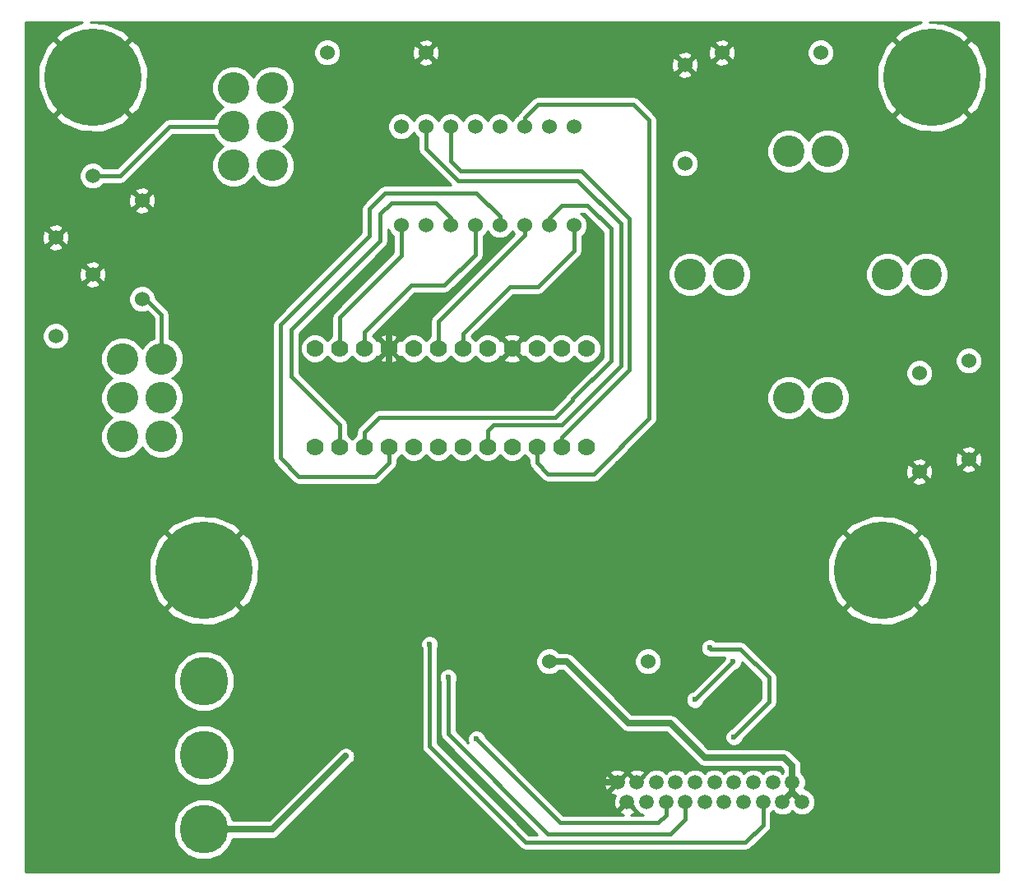
<source format=gtl>
G04 #@! TF.FileFunction,Copper,L1,Top,Signal*
%FSLAX46Y46*%
G04 Gerber Fmt 4.6, Leading zero omitted, Abs format (unit mm)*
G04 Created by KiCad (PCBNEW 4.0.0-rc2-stable) date Thu 26 Nov 2015 02:18:43 PM EST*
%MOMM*%
G01*
G04 APERTURE LIST*
%ADD10C,0.100000*%
%ADD11C,1.500000*%
%ADD12C,1.524000*%
%ADD13C,3.250000*%
%ADD14C,5.000000*%
%ADD15C,1.778000*%
%ADD16C,10.000000*%
%ADD17C,0.600000*%
%ADD18C,0.635000*%
%ADD19C,0.381000*%
%ADD20C,0.254000*%
G04 APERTURE END LIST*
D10*
D11*
X148820000Y-125460000D03*
X146820000Y-125460000D03*
X150820000Y-125460000D03*
X152820000Y-125460000D03*
X154820000Y-125460000D03*
X156820000Y-125460000D03*
X155820000Y-123460000D03*
X153820000Y-123460000D03*
X151820000Y-123460000D03*
X149820000Y-123460000D03*
X147820000Y-123460000D03*
X145820000Y-123460000D03*
X144820000Y-125460000D03*
X143820000Y-123460000D03*
X142820000Y-125460000D03*
X141820000Y-123460000D03*
X140820000Y-125460000D03*
X139820000Y-123460000D03*
X138820000Y-125460000D03*
X137820000Y-123460000D03*
D12*
X144780000Y-59690000D03*
X144780000Y-49530000D03*
X158750000Y-48260000D03*
X148590000Y-48260000D03*
X173990000Y-90170000D03*
X173990000Y-80010000D03*
X168910000Y-81280000D03*
X168910000Y-91440000D03*
X107950000Y-48260000D03*
X118110000Y-48260000D03*
X88900000Y-63500000D03*
X88900000Y-73660000D03*
X130810000Y-110998000D03*
X140970000Y-110998000D03*
X83820000Y-60960000D03*
X83820000Y-71120000D03*
X80010000Y-67310000D03*
X80010000Y-77470000D03*
D13*
X145320000Y-71120000D03*
X149320000Y-71120000D03*
X155480000Y-58420000D03*
X159480000Y-58420000D03*
X165640000Y-71120000D03*
X169640000Y-71120000D03*
X155480000Y-83820000D03*
X159480000Y-83820000D03*
X98330000Y-55880000D03*
X102330000Y-55880000D03*
X98330000Y-51880000D03*
X102330000Y-51880000D03*
X98330000Y-59880000D03*
X102330000Y-59880000D03*
X86900000Y-83820000D03*
X90900000Y-83820000D03*
X86900000Y-79820000D03*
X90900000Y-79820000D03*
X86900000Y-87820000D03*
X90900000Y-87820000D03*
D14*
X95250000Y-120650000D03*
X95250000Y-113000000D03*
X95250000Y-128300000D03*
D15*
X119380000Y-78740000D03*
X116840000Y-78740000D03*
X114300000Y-78740000D03*
X111760000Y-78740000D03*
X109220000Y-78740000D03*
X106680000Y-78740000D03*
X121920000Y-78740000D03*
X124460000Y-78740000D03*
X127000000Y-78740000D03*
X129540000Y-78740000D03*
X132080000Y-78740000D03*
X134620000Y-78740000D03*
X134620000Y-88900000D03*
X132080000Y-88900000D03*
X129540000Y-88900000D03*
X127000000Y-88900000D03*
X124460000Y-88900000D03*
X121920000Y-88900000D03*
X119380000Y-88900000D03*
X116840000Y-88900000D03*
X114300000Y-88900000D03*
X111760000Y-88900000D03*
X109220000Y-88900000D03*
X106680000Y-88900000D03*
D12*
X123190000Y-66040000D03*
X120650000Y-66040000D03*
X118110000Y-66040000D03*
X115570000Y-66040000D03*
X125730000Y-66040000D03*
X128270000Y-66040000D03*
X130810000Y-66040000D03*
X133350000Y-66040000D03*
X115570000Y-55880000D03*
X118110000Y-55880000D03*
X120650000Y-55880000D03*
X123190000Y-55880000D03*
X133350000Y-55880000D03*
X128270000Y-55880000D03*
X130810000Y-55880000D03*
X125730000Y-55880000D03*
D16*
X83820000Y-50800000D03*
X95250000Y-101600000D03*
X170180000Y-50800000D03*
X165100000Y-101600000D03*
D17*
X108966000Y-67945000D03*
X116332000Y-75311000D03*
X135255000Y-74930000D03*
X143129000Y-74930000D03*
X140589000Y-89535000D03*
X132842000Y-81788000D03*
X138430000Y-113792000D03*
X135382000Y-116840000D03*
X124841000Y-129286000D03*
X118618000Y-123444000D03*
X130683000Y-123444000D03*
X118491000Y-109220000D03*
X149820000Y-118785000D03*
X147320000Y-109601000D03*
X145796000Y-114935000D03*
X149733000Y-110998000D03*
X120396000Y-112649000D03*
X123317000Y-118999000D03*
X109855000Y-120777000D03*
D18*
X154051000Y-120904000D02*
X154940000Y-120904000D01*
X155820000Y-124460000D02*
X155820000Y-122673000D01*
X132588000Y-110998000D02*
X138938000Y-117348000D01*
X138938000Y-117348000D02*
X143256000Y-117348000D01*
X143256000Y-117348000D02*
X146812000Y-120904000D01*
X146812000Y-120904000D02*
X154051000Y-120904000D01*
X132588000Y-110998000D02*
X130810000Y-110998000D01*
X155820000Y-121784000D02*
X155820000Y-122673000D01*
X154940000Y-120904000D02*
X155820000Y-121784000D01*
X155820000Y-123460000D02*
X155820000Y-124460000D01*
X155820000Y-124460000D02*
X154820000Y-125460000D01*
X156820000Y-125460000D02*
X155820000Y-124460000D01*
X155820000Y-124460000D02*
X154820000Y-125460000D01*
X114300000Y-78740000D02*
X114300000Y-77343000D01*
X114300000Y-77343000D02*
X116332000Y-75311000D01*
X114300000Y-78740000D02*
X114300000Y-80264000D01*
X143129000Y-86995000D02*
X143129000Y-74930000D01*
X140589000Y-89535000D02*
X143129000Y-86995000D01*
X115824000Y-81788000D02*
X132842000Y-81788000D01*
X114300000Y-80264000D02*
X115824000Y-81788000D01*
X134874000Y-123460000D02*
X134874000Y-117348000D01*
X138430000Y-113792000D02*
X138557000Y-113792000D01*
X134874000Y-117348000D02*
X135382000Y-116840000D01*
X137820000Y-123460000D02*
X134874000Y-123460000D01*
X134874000Y-123460000D02*
X130699000Y-123460000D01*
X130699000Y-123460000D02*
X130683000Y-123444000D01*
D19*
X149225000Y-71025000D02*
X149320000Y-71120000D01*
X88900000Y-73660000D02*
X89281000Y-73660000D01*
X89281000Y-73660000D02*
X90900000Y-75279000D01*
X90900000Y-75279000D02*
X90900000Y-79820000D01*
X98330000Y-55880000D02*
X91694000Y-55880000D01*
X86614000Y-60960000D02*
X83820000Y-60960000D01*
X91694000Y-55880000D02*
X86614000Y-60960000D01*
X139001500Y-65341500D02*
X139001500Y-80962500D01*
X132080000Y-87884000D02*
X132080000Y-88900000D01*
X139001500Y-80962500D02*
X132080000Y-87884000D01*
X120650000Y-55880000D02*
X120650000Y-59436000D01*
X134112000Y-60452000D02*
X139001500Y-65341500D01*
X139001500Y-65341500D02*
X139065000Y-65405000D01*
X121666000Y-60452000D02*
X134112000Y-60452000D01*
X120650000Y-59436000D02*
X121666000Y-60452000D01*
X141097000Y-84074000D02*
X141097000Y-85979000D01*
X128270000Y-54991000D02*
X129667000Y-53594000D01*
X129667000Y-53594000D02*
X139446000Y-53594000D01*
X139446000Y-53594000D02*
X141097000Y-55245000D01*
X141097000Y-55245000D02*
X141097000Y-84074000D01*
X128270000Y-55880000D02*
X128270000Y-54991000D01*
X129540000Y-90551000D02*
X129540000Y-88900000D01*
X130683000Y-91694000D02*
X129540000Y-90551000D01*
X135382000Y-91694000D02*
X130683000Y-91694000D01*
X141097000Y-85979000D02*
X135382000Y-91694000D01*
X133604000Y-85090000D02*
X132080000Y-86614000D01*
X118110000Y-58166000D02*
X121412000Y-61468000D01*
X121412000Y-61468000D02*
X133731000Y-61468000D01*
X133731000Y-61468000D02*
X138176000Y-65913000D01*
X138176000Y-65913000D02*
X138176000Y-80518000D01*
X138176000Y-80518000D02*
X133604000Y-85090000D01*
X118110000Y-55880000D02*
X118110000Y-58166000D01*
X124460000Y-87249000D02*
X124460000Y-88900000D01*
X125095000Y-86614000D02*
X124460000Y-87249000D01*
X132080000Y-86614000D02*
X125095000Y-86614000D01*
X125730000Y-66040000D02*
X125730000Y-65151000D01*
X114300000Y-90551000D02*
X114300000Y-88900000D01*
X112903000Y-91948000D02*
X114300000Y-90551000D01*
X105029000Y-91948000D02*
X112903000Y-91948000D01*
X103124000Y-90043000D02*
X105029000Y-91948000D01*
X103124000Y-76327000D02*
X103124000Y-90043000D01*
X112268000Y-67183000D02*
X103124000Y-76327000D01*
X112268000Y-64389000D02*
X112268000Y-67183000D01*
X113919000Y-62738000D02*
X112268000Y-64389000D01*
X123317000Y-62738000D02*
X113919000Y-62738000D01*
X125730000Y-65151000D02*
X123317000Y-62738000D01*
X133223000Y-83947000D02*
X133223000Y-84074000D01*
X130810000Y-65278000D02*
X132080000Y-64008000D01*
X132842000Y-64008000D02*
X132080000Y-64008000D01*
X134747000Y-64008000D02*
X132842000Y-64008000D01*
X137160000Y-66421000D02*
X134747000Y-64008000D01*
X137160000Y-80010000D02*
X137160000Y-66421000D01*
X133223000Y-83947000D02*
X137160000Y-80010000D01*
X111760000Y-87376000D02*
X111760000Y-88900000D01*
X113284000Y-85852000D02*
X111760000Y-87376000D01*
X131445000Y-85852000D02*
X113284000Y-85852000D01*
X133223000Y-84074000D02*
X131445000Y-85852000D01*
X130810000Y-65278000D02*
X130810000Y-66040000D01*
X120650000Y-66040000D02*
X120650000Y-65278000D01*
X120650000Y-65278000D02*
X119126000Y-63754000D01*
X119126000Y-63754000D02*
X114554000Y-63754000D01*
X114554000Y-63754000D02*
X113411000Y-64897000D01*
X113411000Y-64897000D02*
X113411000Y-67691000D01*
X113411000Y-67691000D02*
X104267000Y-76835000D01*
X104267000Y-76835000D02*
X104267000Y-81661000D01*
X104267000Y-81661000D02*
X109220000Y-86614000D01*
X109220000Y-86614000D02*
X109220000Y-88900000D01*
X118491000Y-119761000D02*
X128397000Y-129667000D01*
X152820000Y-125460000D02*
X152820000Y-127850000D01*
X151003000Y-129667000D02*
X152820000Y-127850000D01*
X128397000Y-129667000D02*
X151003000Y-129667000D01*
X118491000Y-109220000D02*
X118491000Y-119761000D01*
X153416000Y-115189000D02*
X149820000Y-118785000D01*
X153416000Y-112649000D02*
X153416000Y-115189000D01*
X150495000Y-109728000D02*
X153416000Y-112649000D01*
X147447000Y-109728000D02*
X150495000Y-109728000D01*
X147320000Y-109601000D02*
X147447000Y-109728000D01*
X149733000Y-110998000D02*
X145796000Y-114935000D01*
X120396000Y-118491000D02*
X130683000Y-128778000D01*
X144820000Y-127214000D02*
X144820000Y-125460000D01*
X143256000Y-128778000D02*
X144820000Y-127214000D01*
X130683000Y-128778000D02*
X143256000Y-128778000D01*
X120396000Y-112649000D02*
X120396000Y-118491000D01*
X142820000Y-125460000D02*
X142820000Y-126801000D01*
X141986000Y-127635000D02*
X142820000Y-126801000D01*
X131953000Y-127635000D02*
X141986000Y-127635000D01*
X123317000Y-118999000D02*
X131953000Y-127635000D01*
D18*
X95250000Y-128300000D02*
X102332000Y-128300000D01*
X102332000Y-128300000D02*
X109855000Y-120777000D01*
D19*
X128270000Y-66040000D02*
X128270000Y-67056000D01*
X119380000Y-75946000D02*
X119380000Y-78740000D01*
X128270000Y-67056000D02*
X119380000Y-75946000D01*
X111760000Y-78740000D02*
X111760000Y-77089000D01*
X123190000Y-69088000D02*
X123190000Y-66040000D01*
X120015000Y-72263000D02*
X123190000Y-69088000D01*
X116586000Y-72263000D02*
X120015000Y-72263000D01*
X111760000Y-77089000D02*
X116586000Y-72263000D01*
X109220000Y-78740000D02*
X109220000Y-75565000D01*
X115570000Y-69215000D02*
X115570000Y-66040000D01*
X109220000Y-75565000D02*
X115570000Y-69215000D01*
X121920000Y-78740000D02*
X121920000Y-77216000D01*
X133350000Y-68707000D02*
X133350000Y-66040000D01*
X129667000Y-72390000D02*
X133350000Y-68707000D01*
X126746000Y-72390000D02*
X129667000Y-72390000D01*
X121920000Y-77216000D02*
X126746000Y-72390000D01*
D20*
G36*
X80710487Y-45968798D02*
X80546511Y-46078364D01*
X79960468Y-46760863D01*
X83820000Y-50620395D01*
X87679532Y-46760863D01*
X87093489Y-46078364D01*
X85037417Y-45185067D01*
X83577068Y-45160000D01*
X169121998Y-45160000D01*
X167070487Y-45968798D01*
X166906511Y-46078364D01*
X166320468Y-46760863D01*
X170180000Y-50620395D01*
X174039532Y-46760863D01*
X173453489Y-46078364D01*
X171397417Y-45185067D01*
X169937068Y-45160000D01*
X177090000Y-45160000D01*
X177090000Y-132640000D01*
X76910000Y-132640000D01*
X76910000Y-128920854D01*
X92114457Y-128920854D01*
X92590727Y-130073515D01*
X93471847Y-130956174D01*
X94623674Y-131434454D01*
X95870854Y-131435543D01*
X97023515Y-130959273D01*
X97906174Y-130078153D01*
X98249015Y-129252500D01*
X102332000Y-129252500D01*
X102696506Y-129179995D01*
X103005519Y-128973519D01*
X110528519Y-121450519D01*
X110578135Y-121376264D01*
X110647192Y-121307327D01*
X110684942Y-121216416D01*
X110734995Y-121141506D01*
X110752418Y-121053917D01*
X110789838Y-120963799D01*
X110789924Y-120865362D01*
X110807500Y-120777000D01*
X110790077Y-120689409D01*
X110790162Y-120591833D01*
X110752572Y-120500857D01*
X110734995Y-120412494D01*
X110685379Y-120338239D01*
X110648117Y-120248057D01*
X110578572Y-120178390D01*
X110528519Y-120103481D01*
X110454264Y-120053865D01*
X110385327Y-119984808D01*
X110294416Y-119947058D01*
X110219506Y-119897005D01*
X110131917Y-119879582D01*
X110041799Y-119842162D01*
X109943362Y-119842076D01*
X109855000Y-119824500D01*
X109767409Y-119841923D01*
X109669833Y-119841838D01*
X109578857Y-119879428D01*
X109490494Y-119897005D01*
X109416239Y-119946621D01*
X109326057Y-119983883D01*
X109256390Y-120053428D01*
X109181481Y-120103481D01*
X101937462Y-127347500D01*
X98248510Y-127347500D01*
X97909273Y-126526485D01*
X97028153Y-125643826D01*
X95876326Y-125165546D01*
X94629146Y-125164457D01*
X93476485Y-125640727D01*
X92593826Y-126521847D01*
X92115546Y-127673674D01*
X92114457Y-128920854D01*
X76910000Y-128920854D01*
X76910000Y-121270854D01*
X92114457Y-121270854D01*
X92590727Y-122423515D01*
X93471847Y-123306174D01*
X94623674Y-123784454D01*
X95870854Y-123785543D01*
X97023515Y-123309273D01*
X97906174Y-122428153D01*
X98384454Y-121276326D01*
X98385543Y-120029146D01*
X97909273Y-118876485D01*
X97028153Y-117993826D01*
X95876326Y-117515546D01*
X94629146Y-117514457D01*
X93476485Y-117990727D01*
X92593826Y-118871847D01*
X92115546Y-120023674D01*
X92114457Y-121270854D01*
X76910000Y-121270854D01*
X76910000Y-113620854D01*
X92114457Y-113620854D01*
X92590727Y-114773515D01*
X93471847Y-115656174D01*
X94623674Y-116134454D01*
X95870854Y-116135543D01*
X97023515Y-115659273D01*
X97906174Y-114778153D01*
X98384454Y-113626326D01*
X98385543Y-112379146D01*
X97909273Y-111226485D01*
X97028153Y-110343826D01*
X95876326Y-109865546D01*
X94629146Y-109864457D01*
X93476485Y-110340727D01*
X92593826Y-111221847D01*
X92115546Y-112373674D01*
X92114457Y-113620854D01*
X76910000Y-113620854D01*
X76910000Y-109405167D01*
X117555838Y-109405167D01*
X117665500Y-109670570D01*
X117665500Y-119761000D01*
X117728337Y-120076906D01*
X117907283Y-120344717D01*
X127813281Y-130250714D01*
X127813283Y-130250717D01*
X128081095Y-130429663D01*
X128397000Y-130492501D01*
X128397005Y-130492500D01*
X151003000Y-130492500D01*
X151318906Y-130429663D01*
X151586717Y-130250717D01*
X153403717Y-128433717D01*
X153582663Y-128165906D01*
X153645500Y-127850000D01*
X153645500Y-126592919D01*
X153820036Y-126418687D01*
X154034436Y-126633461D01*
X154543298Y-126844759D01*
X155094285Y-126845240D01*
X155603515Y-126634831D01*
X155820036Y-126418687D01*
X156034436Y-126633461D01*
X156543298Y-126844759D01*
X157094285Y-126845240D01*
X157603515Y-126634831D01*
X157993461Y-126245564D01*
X158204759Y-125736702D01*
X158205240Y-125185715D01*
X157994831Y-124676485D01*
X157605564Y-124286539D01*
X157096702Y-124075241D01*
X157064197Y-124075213D01*
X157204759Y-123736702D01*
X157205240Y-123185715D01*
X156994831Y-122676485D01*
X156772500Y-122453766D01*
X156772500Y-121784000D01*
X156699995Y-121419494D01*
X156493519Y-121110481D01*
X155613519Y-120230481D01*
X155304506Y-120024005D01*
X154940000Y-119951500D01*
X147206539Y-119951500D01*
X143929519Y-116674481D01*
X143620506Y-116468005D01*
X143256000Y-116395500D01*
X139332538Y-116395500D01*
X138057205Y-115120167D01*
X144860838Y-115120167D01*
X145002883Y-115463943D01*
X145265673Y-115727192D01*
X145609201Y-115869838D01*
X145981167Y-115870162D01*
X146324943Y-115728117D01*
X146588192Y-115465327D01*
X146698318Y-115200116D01*
X149998440Y-111899994D01*
X150261943Y-111791117D01*
X150525192Y-111528327D01*
X150667838Y-111184799D01*
X150667939Y-111068373D01*
X152590500Y-112990934D01*
X152590500Y-114847066D01*
X149554560Y-117883006D01*
X149291057Y-117991883D01*
X149027808Y-118254673D01*
X148885162Y-118598201D01*
X148884838Y-118970167D01*
X149026883Y-119313943D01*
X149289673Y-119577192D01*
X149633201Y-119719838D01*
X150005167Y-119720162D01*
X150348943Y-119578117D01*
X150612192Y-119315327D01*
X150722318Y-119050116D01*
X153999717Y-115772717D01*
X154178663Y-115504906D01*
X154241501Y-115189000D01*
X154241500Y-115188995D01*
X154241500Y-112649005D01*
X154241501Y-112649000D01*
X154178663Y-112333095D01*
X153999717Y-112065283D01*
X151078717Y-109144283D01*
X150810906Y-108965337D01*
X150495000Y-108902500D01*
X147943856Y-108902500D01*
X147850327Y-108808808D01*
X147506799Y-108666162D01*
X147134833Y-108665838D01*
X146791057Y-108807883D01*
X146527808Y-109070673D01*
X146385162Y-109414201D01*
X146384838Y-109786167D01*
X146526883Y-110129943D01*
X146789673Y-110393192D01*
X147133201Y-110535838D01*
X147359196Y-110536035D01*
X147447000Y-110553500D01*
X148905169Y-110553500D01*
X148830682Y-110732884D01*
X145530560Y-114033006D01*
X145267057Y-114141883D01*
X145003808Y-114404673D01*
X144861162Y-114748201D01*
X144860838Y-115120167D01*
X138057205Y-115120167D01*
X134211699Y-111274661D01*
X139572758Y-111274661D01*
X139784990Y-111788303D01*
X140177630Y-112181629D01*
X140690900Y-112394757D01*
X141246661Y-112395242D01*
X141760303Y-112183010D01*
X142153629Y-111790370D01*
X142366757Y-111277100D01*
X142367242Y-110721339D01*
X142155010Y-110207697D01*
X141762370Y-109814371D01*
X141249100Y-109601243D01*
X140693339Y-109600758D01*
X140179697Y-109812990D01*
X139786371Y-110205630D01*
X139573243Y-110718900D01*
X139572758Y-111274661D01*
X134211699Y-111274661D01*
X133261519Y-110324481D01*
X132952506Y-110118005D01*
X132588000Y-110045500D01*
X131833096Y-110045500D01*
X131602370Y-109814371D01*
X131089100Y-109601243D01*
X130533339Y-109600758D01*
X130019697Y-109812990D01*
X129626371Y-110205630D01*
X129413243Y-110718900D01*
X129412758Y-111274661D01*
X129624990Y-111788303D01*
X130017630Y-112181629D01*
X130530900Y-112394757D01*
X131086661Y-112395242D01*
X131600303Y-112183010D01*
X131833219Y-111950500D01*
X132193462Y-111950500D01*
X138264481Y-118021519D01*
X138573494Y-118227995D01*
X138938000Y-118300500D01*
X142861462Y-118300500D01*
X146138480Y-121577519D01*
X146339503Y-121711838D01*
X146447494Y-121783995D01*
X146812000Y-121856500D01*
X154545462Y-121856500D01*
X154867500Y-122178538D01*
X154867500Y-122453860D01*
X154819964Y-122501313D01*
X154605564Y-122286539D01*
X154096702Y-122075241D01*
X153545715Y-122074760D01*
X153036485Y-122285169D01*
X152819964Y-122501313D01*
X152605564Y-122286539D01*
X152096702Y-122075241D01*
X151545715Y-122074760D01*
X151036485Y-122285169D01*
X150819964Y-122501313D01*
X150605564Y-122286539D01*
X150096702Y-122075241D01*
X149545715Y-122074760D01*
X149036485Y-122285169D01*
X148819964Y-122501313D01*
X148605564Y-122286539D01*
X148096702Y-122075241D01*
X147545715Y-122074760D01*
X147036485Y-122285169D01*
X146819964Y-122501313D01*
X146605564Y-122286539D01*
X146096702Y-122075241D01*
X145545715Y-122074760D01*
X145036485Y-122285169D01*
X144819964Y-122501313D01*
X144605564Y-122286539D01*
X144096702Y-122075241D01*
X143545715Y-122074760D01*
X143036485Y-122285169D01*
X142819964Y-122501313D01*
X142605564Y-122286539D01*
X142096702Y-122075241D01*
X141545715Y-122074760D01*
X141036485Y-122285169D01*
X140646539Y-122674436D01*
X140548099Y-122911506D01*
X139999605Y-123460000D01*
X140013748Y-123474143D01*
X139834143Y-123653748D01*
X139820000Y-123639605D01*
X139805858Y-123653748D01*
X139626253Y-123474143D01*
X139640395Y-123460000D01*
X139114476Y-122934081D01*
X139032460Y-122736077D01*
X138870877Y-122690482D01*
X138848483Y-122668088D01*
X138820000Y-122676125D01*
X138791517Y-122668088D01*
X138769123Y-122690482D01*
X138607540Y-122736077D01*
X138543453Y-122916152D01*
X137999605Y-123460000D01*
X138013748Y-123474143D01*
X137834143Y-123653748D01*
X137820000Y-123639605D01*
X137028088Y-124431517D01*
X137096077Y-124672460D01*
X137570137Y-124841174D01*
X137422799Y-125255171D01*
X137450770Y-125805448D01*
X137607540Y-126183923D01*
X137848483Y-126251912D01*
X138640395Y-125460000D01*
X138626253Y-125445858D01*
X138805858Y-125266253D01*
X138820000Y-125280395D01*
X138834143Y-125266253D01*
X139013748Y-125445858D01*
X138999605Y-125460000D01*
X139548033Y-126008428D01*
X139645169Y-126243515D01*
X140034436Y-126633461D01*
X140458385Y-126809500D01*
X139213080Y-126809500D01*
X139543923Y-126672460D01*
X139611912Y-126431517D01*
X138820000Y-125639605D01*
X138028088Y-126431517D01*
X138096077Y-126672460D01*
X138481138Y-126809500D01*
X132294933Y-126809500D01*
X128740605Y-123255171D01*
X136422799Y-123255171D01*
X136450770Y-123805448D01*
X136607540Y-124183923D01*
X136848483Y-124251912D01*
X137640395Y-123460000D01*
X136848483Y-122668088D01*
X136607540Y-122736077D01*
X136422799Y-123255171D01*
X128740605Y-123255171D01*
X127973917Y-122488483D01*
X137028088Y-122488483D01*
X137820000Y-123280395D01*
X138611912Y-122488483D01*
X139028088Y-122488483D01*
X139820000Y-123280395D01*
X140611912Y-122488483D01*
X140543923Y-122247540D01*
X140024829Y-122062799D01*
X139474552Y-122090770D01*
X139096077Y-122247540D01*
X139028088Y-122488483D01*
X138611912Y-122488483D01*
X138543923Y-122247540D01*
X138024829Y-122062799D01*
X137474552Y-122090770D01*
X137096077Y-122247540D01*
X137028088Y-122488483D01*
X127973917Y-122488483D01*
X124218994Y-118733560D01*
X124110117Y-118470057D01*
X123847327Y-118206808D01*
X123503799Y-118064162D01*
X123131833Y-118063838D01*
X122788057Y-118205883D01*
X122524808Y-118468673D01*
X122382162Y-118812201D01*
X122381838Y-119184167D01*
X122470021Y-119397587D01*
X121221500Y-118149066D01*
X121221500Y-113099113D01*
X121330838Y-112835799D01*
X121331162Y-112463833D01*
X121189117Y-112120057D01*
X120926327Y-111856808D01*
X120582799Y-111714162D01*
X120210833Y-111713838D01*
X119867057Y-111855883D01*
X119603808Y-112118673D01*
X119461162Y-112462201D01*
X119460838Y-112834167D01*
X119570500Y-113099570D01*
X119570500Y-118491000D01*
X119633337Y-118806906D01*
X119812283Y-119074717D01*
X129579066Y-128841500D01*
X128738933Y-128841500D01*
X119316500Y-119419066D01*
X119316500Y-109670113D01*
X119425838Y-109406799D01*
X119426162Y-109034833D01*
X119284117Y-108691057D01*
X119021327Y-108427808D01*
X118677799Y-108285162D01*
X118305833Y-108284838D01*
X117962057Y-108426883D01*
X117698808Y-108689673D01*
X117556162Y-109033201D01*
X117555838Y-109405167D01*
X76910000Y-109405167D01*
X76910000Y-105639137D01*
X91390468Y-105639137D01*
X91976511Y-106321636D01*
X94032583Y-107214933D01*
X96273995Y-107253407D01*
X98359513Y-106431202D01*
X98523489Y-106321636D01*
X99109532Y-105639137D01*
X161240468Y-105639137D01*
X161826511Y-106321636D01*
X163882583Y-107214933D01*
X166123995Y-107253407D01*
X168209513Y-106431202D01*
X168373489Y-106321636D01*
X168959532Y-105639137D01*
X165100000Y-101779605D01*
X161240468Y-105639137D01*
X99109532Y-105639137D01*
X95250000Y-101779605D01*
X91390468Y-105639137D01*
X76910000Y-105639137D01*
X76910000Y-102623995D01*
X89596593Y-102623995D01*
X90418798Y-104709513D01*
X90528364Y-104873489D01*
X91210863Y-105459532D01*
X95070395Y-101600000D01*
X95429605Y-101600000D01*
X99289137Y-105459532D01*
X99971636Y-104873489D01*
X100864933Y-102817417D01*
X100868253Y-102623995D01*
X159446593Y-102623995D01*
X160268798Y-104709513D01*
X160378364Y-104873489D01*
X161060863Y-105459532D01*
X164920395Y-101600000D01*
X165279605Y-101600000D01*
X169139137Y-105459532D01*
X169821636Y-104873489D01*
X170714933Y-102817417D01*
X170753407Y-100576005D01*
X169931202Y-98490487D01*
X169821636Y-98326511D01*
X169139137Y-97740468D01*
X165279605Y-101600000D01*
X164920395Y-101600000D01*
X161060863Y-97740468D01*
X160378364Y-98326511D01*
X159485067Y-100382583D01*
X159446593Y-102623995D01*
X100868253Y-102623995D01*
X100903407Y-100576005D01*
X100081202Y-98490487D01*
X99971636Y-98326511D01*
X99289137Y-97740468D01*
X95429605Y-101600000D01*
X95070395Y-101600000D01*
X91210863Y-97740468D01*
X90528364Y-98326511D01*
X89635067Y-100382583D01*
X89596593Y-102623995D01*
X76910000Y-102623995D01*
X76910000Y-97560863D01*
X91390468Y-97560863D01*
X95250000Y-101420395D01*
X99109532Y-97560863D01*
X161240468Y-97560863D01*
X165100000Y-101420395D01*
X168959532Y-97560863D01*
X168373489Y-96878364D01*
X166317417Y-95985067D01*
X164076005Y-95946593D01*
X161990487Y-96768798D01*
X161826511Y-96878364D01*
X161240468Y-97560863D01*
X99109532Y-97560863D01*
X98523489Y-96878364D01*
X96467417Y-95985067D01*
X94226005Y-95946593D01*
X92140487Y-96768798D01*
X91976511Y-96878364D01*
X91390468Y-97560863D01*
X76910000Y-97560863D01*
X76910000Y-80267570D01*
X84639609Y-80267570D01*
X84982948Y-81098515D01*
X85618141Y-81734818D01*
X85822760Y-81819783D01*
X85621485Y-81902948D01*
X84985182Y-82538141D01*
X84640393Y-83368486D01*
X84639609Y-84267570D01*
X84982948Y-85098515D01*
X85618141Y-85734818D01*
X85822760Y-85819783D01*
X85621485Y-85902948D01*
X84985182Y-86538141D01*
X84640393Y-87368486D01*
X84639609Y-88267570D01*
X84982948Y-89098515D01*
X85618141Y-89734818D01*
X86448486Y-90079607D01*
X87347570Y-90080391D01*
X88178515Y-89737052D01*
X88814818Y-89101859D01*
X88899783Y-88897240D01*
X88982948Y-89098515D01*
X89618141Y-89734818D01*
X90448486Y-90079607D01*
X91347570Y-90080391D01*
X92178515Y-89737052D01*
X92814818Y-89101859D01*
X93159607Y-88271514D01*
X93160391Y-87372430D01*
X92817052Y-86541485D01*
X92181859Y-85905182D01*
X91977240Y-85820217D01*
X92178515Y-85737052D01*
X92814818Y-85101859D01*
X93159607Y-84271514D01*
X93160391Y-83372430D01*
X92817052Y-82541485D01*
X92181859Y-81905182D01*
X91977240Y-81820217D01*
X92178515Y-81737052D01*
X92814818Y-81101859D01*
X93159607Y-80271514D01*
X93160391Y-79372430D01*
X92817052Y-78541485D01*
X92181859Y-77905182D01*
X91725500Y-77715685D01*
X91725500Y-76327000D01*
X102298500Y-76327000D01*
X102298500Y-90043000D01*
X102361337Y-90358906D01*
X102540283Y-90626717D01*
X104445283Y-92531717D01*
X104713095Y-92710663D01*
X105029000Y-92773501D01*
X105029005Y-92773500D01*
X112903000Y-92773500D01*
X113218906Y-92710663D01*
X113486717Y-92531717D01*
X114883714Y-91134719D01*
X114883717Y-91134717D01*
X115039786Y-90901143D01*
X115062663Y-90866906D01*
X115125500Y-90551000D01*
X115125500Y-90207881D01*
X115162149Y-90192738D01*
X115570336Y-89785263D01*
X115975596Y-90191231D01*
X116535528Y-90423735D01*
X117141812Y-90424264D01*
X117702149Y-90192738D01*
X118110336Y-89785263D01*
X118515596Y-90191231D01*
X119075528Y-90423735D01*
X119681812Y-90424264D01*
X120242149Y-90192738D01*
X120650336Y-89785263D01*
X121055596Y-90191231D01*
X121615528Y-90423735D01*
X122221812Y-90424264D01*
X122782149Y-90192738D01*
X123190336Y-89785263D01*
X123595596Y-90191231D01*
X124155528Y-90423735D01*
X124761812Y-90424264D01*
X125322149Y-90192738D01*
X125730336Y-89785263D01*
X126135596Y-90191231D01*
X126695528Y-90423735D01*
X127301812Y-90424264D01*
X127862149Y-90192738D01*
X128270336Y-89785263D01*
X128675596Y-90191231D01*
X128714500Y-90207385D01*
X128714500Y-90551000D01*
X128777337Y-90866906D01*
X128956283Y-91134717D01*
X130099283Y-92277717D01*
X130367094Y-92456663D01*
X130683000Y-92519500D01*
X135382000Y-92519500D01*
X135697906Y-92456663D01*
X135752457Y-92420213D01*
X168109392Y-92420213D01*
X168178857Y-92662397D01*
X168702302Y-92849144D01*
X169257368Y-92821362D01*
X169641143Y-92662397D01*
X169710608Y-92420213D01*
X168910000Y-91619605D01*
X168109392Y-92420213D01*
X135752457Y-92420213D01*
X135965717Y-92277717D01*
X137011131Y-91232302D01*
X167500856Y-91232302D01*
X167528638Y-91787368D01*
X167687603Y-92171143D01*
X167929787Y-92240608D01*
X168730395Y-91440000D01*
X169089605Y-91440000D01*
X169890213Y-92240608D01*
X170132397Y-92171143D01*
X170319144Y-91647698D01*
X170294245Y-91150213D01*
X173189392Y-91150213D01*
X173258857Y-91392397D01*
X173782302Y-91579144D01*
X174337368Y-91551362D01*
X174721143Y-91392397D01*
X174790608Y-91150213D01*
X173990000Y-90349605D01*
X173189392Y-91150213D01*
X170294245Y-91150213D01*
X170291362Y-91092632D01*
X170132397Y-90708857D01*
X169890213Y-90639392D01*
X169089605Y-91440000D01*
X168730395Y-91440000D01*
X167929787Y-90639392D01*
X167687603Y-90708857D01*
X167500856Y-91232302D01*
X137011131Y-91232302D01*
X137783646Y-90459787D01*
X168109392Y-90459787D01*
X168910000Y-91260395D01*
X169710608Y-90459787D01*
X169641143Y-90217603D01*
X169117698Y-90030856D01*
X168562632Y-90058638D01*
X168178857Y-90217603D01*
X168109392Y-90459787D01*
X137783646Y-90459787D01*
X138281131Y-89962302D01*
X172580856Y-89962302D01*
X172608638Y-90517368D01*
X172767603Y-90901143D01*
X173009787Y-90970608D01*
X173810395Y-90170000D01*
X174169605Y-90170000D01*
X174970213Y-90970608D01*
X175212397Y-90901143D01*
X175399144Y-90377698D01*
X175371362Y-89822632D01*
X175212397Y-89438857D01*
X174970213Y-89369392D01*
X174169605Y-90170000D01*
X173810395Y-90170000D01*
X173009787Y-89369392D01*
X172767603Y-89438857D01*
X172580856Y-89962302D01*
X138281131Y-89962302D01*
X139053646Y-89189787D01*
X173189392Y-89189787D01*
X173990000Y-89990395D01*
X174790608Y-89189787D01*
X174721143Y-88947603D01*
X174197698Y-88760856D01*
X173642632Y-88788638D01*
X173258857Y-88947603D01*
X173189392Y-89189787D01*
X139053646Y-89189787D01*
X141680714Y-86562719D01*
X141680717Y-86562717D01*
X141859663Y-86294905D01*
X141884925Y-86167905D01*
X141922501Y-85979000D01*
X141922500Y-85978995D01*
X141922500Y-84267570D01*
X153219609Y-84267570D01*
X153562948Y-85098515D01*
X154198141Y-85734818D01*
X155028486Y-86079607D01*
X155927570Y-86080391D01*
X156758515Y-85737052D01*
X157394818Y-85101859D01*
X157479783Y-84897240D01*
X157562948Y-85098515D01*
X158198141Y-85734818D01*
X159028486Y-86079607D01*
X159927570Y-86080391D01*
X160758515Y-85737052D01*
X161394818Y-85101859D01*
X161739607Y-84271514D01*
X161740391Y-83372430D01*
X161397052Y-82541485D01*
X160761859Y-81905182D01*
X159931514Y-81560393D01*
X159032430Y-81559609D01*
X158201485Y-81902948D01*
X157565182Y-82538141D01*
X157480217Y-82742760D01*
X157397052Y-82541485D01*
X156761859Y-81905182D01*
X155931514Y-81560393D01*
X155032430Y-81559609D01*
X154201485Y-81902948D01*
X153565182Y-82538141D01*
X153220393Y-83368486D01*
X153219609Y-84267570D01*
X141922500Y-84267570D01*
X141922500Y-81556661D01*
X167512758Y-81556661D01*
X167724990Y-82070303D01*
X168117630Y-82463629D01*
X168630900Y-82676757D01*
X169186661Y-82677242D01*
X169700303Y-82465010D01*
X170093629Y-82072370D01*
X170306757Y-81559100D01*
X170307242Y-81003339D01*
X170095010Y-80489697D01*
X169892329Y-80286661D01*
X172592758Y-80286661D01*
X172804990Y-80800303D01*
X173197630Y-81193629D01*
X173710900Y-81406757D01*
X174266661Y-81407242D01*
X174780303Y-81195010D01*
X175173629Y-80802370D01*
X175386757Y-80289100D01*
X175387242Y-79733339D01*
X175175010Y-79219697D01*
X174782370Y-78826371D01*
X174269100Y-78613243D01*
X173713339Y-78612758D01*
X173199697Y-78824990D01*
X172806371Y-79217630D01*
X172593243Y-79730900D01*
X172592758Y-80286661D01*
X169892329Y-80286661D01*
X169702370Y-80096371D01*
X169189100Y-79883243D01*
X168633339Y-79882758D01*
X168119697Y-80094990D01*
X167726371Y-80487630D01*
X167513243Y-81000900D01*
X167512758Y-81556661D01*
X141922500Y-81556661D01*
X141922500Y-71567570D01*
X143059609Y-71567570D01*
X143402948Y-72398515D01*
X144038141Y-73034818D01*
X144868486Y-73379607D01*
X145767570Y-73380391D01*
X146598515Y-73037052D01*
X147234818Y-72401859D01*
X147319783Y-72197240D01*
X147402948Y-72398515D01*
X148038141Y-73034818D01*
X148868486Y-73379607D01*
X149767570Y-73380391D01*
X150598515Y-73037052D01*
X151234818Y-72401859D01*
X151579607Y-71571514D01*
X151579610Y-71567570D01*
X163379609Y-71567570D01*
X163722948Y-72398515D01*
X164358141Y-73034818D01*
X165188486Y-73379607D01*
X166087570Y-73380391D01*
X166918515Y-73037052D01*
X167554818Y-72401859D01*
X167639783Y-72197240D01*
X167722948Y-72398515D01*
X168358141Y-73034818D01*
X169188486Y-73379607D01*
X170087570Y-73380391D01*
X170918515Y-73037052D01*
X171554818Y-72401859D01*
X171899607Y-71571514D01*
X171900391Y-70672430D01*
X171557052Y-69841485D01*
X170921859Y-69205182D01*
X170091514Y-68860393D01*
X169192430Y-68859609D01*
X168361485Y-69202948D01*
X167725182Y-69838141D01*
X167640217Y-70042760D01*
X167557052Y-69841485D01*
X166921859Y-69205182D01*
X166091514Y-68860393D01*
X165192430Y-68859609D01*
X164361485Y-69202948D01*
X163725182Y-69838141D01*
X163380393Y-70668486D01*
X163379609Y-71567570D01*
X151579610Y-71567570D01*
X151580391Y-70672430D01*
X151237052Y-69841485D01*
X150601859Y-69205182D01*
X149771514Y-68860393D01*
X148872430Y-68859609D01*
X148041485Y-69202948D01*
X147405182Y-69838141D01*
X147320217Y-70042760D01*
X147237052Y-69841485D01*
X146601859Y-69205182D01*
X145771514Y-68860393D01*
X144872430Y-68859609D01*
X144041485Y-69202948D01*
X143405182Y-69838141D01*
X143060393Y-70668486D01*
X143059609Y-71567570D01*
X141922500Y-71567570D01*
X141922500Y-59966661D01*
X143382758Y-59966661D01*
X143594990Y-60480303D01*
X143987630Y-60873629D01*
X144500900Y-61086757D01*
X145056661Y-61087242D01*
X145570303Y-60875010D01*
X145963629Y-60482370D01*
X146176757Y-59969100D01*
X146177242Y-59413339D01*
X145965010Y-58899697D01*
X145932940Y-58867570D01*
X153219609Y-58867570D01*
X153562948Y-59698515D01*
X154198141Y-60334818D01*
X155028486Y-60679607D01*
X155927570Y-60680391D01*
X156758515Y-60337052D01*
X157394818Y-59701859D01*
X157479783Y-59497240D01*
X157562948Y-59698515D01*
X158198141Y-60334818D01*
X159028486Y-60679607D01*
X159927570Y-60680391D01*
X160758515Y-60337052D01*
X161394818Y-59701859D01*
X161739607Y-58871514D01*
X161740391Y-57972430D01*
X161397052Y-57141485D01*
X160761859Y-56505182D01*
X159931514Y-56160393D01*
X159032430Y-56159609D01*
X158201485Y-56502948D01*
X157565182Y-57138141D01*
X157480217Y-57342760D01*
X157397052Y-57141485D01*
X156761859Y-56505182D01*
X155931514Y-56160393D01*
X155032430Y-56159609D01*
X154201485Y-56502948D01*
X153565182Y-57138141D01*
X153220393Y-57968486D01*
X153219609Y-58867570D01*
X145932940Y-58867570D01*
X145572370Y-58506371D01*
X145059100Y-58293243D01*
X144503339Y-58292758D01*
X143989697Y-58504990D01*
X143596371Y-58897630D01*
X143383243Y-59410900D01*
X143382758Y-59966661D01*
X141922500Y-59966661D01*
X141922500Y-55245005D01*
X141922501Y-55245000D01*
X141859663Y-54929095D01*
X141799555Y-54839137D01*
X166320468Y-54839137D01*
X166906511Y-55521636D01*
X168962583Y-56414933D01*
X171203995Y-56453407D01*
X173289513Y-55631202D01*
X173453489Y-55521636D01*
X174039532Y-54839137D01*
X170180000Y-50979605D01*
X166320468Y-54839137D01*
X141799555Y-54839137D01*
X141680717Y-54661283D01*
X141680714Y-54661281D01*
X140029717Y-53010283D01*
X139761906Y-52831337D01*
X139446000Y-52768500D01*
X129667000Y-52768500D01*
X129351094Y-52831337D01*
X129243824Y-52903013D01*
X129083283Y-53010283D01*
X129083281Y-53010286D01*
X127686283Y-54407283D01*
X127507337Y-54675094D01*
X127505500Y-54684328D01*
X127479697Y-54694990D01*
X127086371Y-55087630D01*
X127000051Y-55295512D01*
X126915010Y-55089697D01*
X126522370Y-54696371D01*
X126009100Y-54483243D01*
X125453339Y-54482758D01*
X124939697Y-54694990D01*
X124546371Y-55087630D01*
X124460051Y-55295512D01*
X124375010Y-55089697D01*
X123982370Y-54696371D01*
X123469100Y-54483243D01*
X122913339Y-54482758D01*
X122399697Y-54694990D01*
X122006371Y-55087630D01*
X121920051Y-55295512D01*
X121835010Y-55089697D01*
X121442370Y-54696371D01*
X120929100Y-54483243D01*
X120373339Y-54482758D01*
X119859697Y-54694990D01*
X119466371Y-55087630D01*
X119380051Y-55295512D01*
X119295010Y-55089697D01*
X118902370Y-54696371D01*
X118389100Y-54483243D01*
X117833339Y-54482758D01*
X117319697Y-54694990D01*
X116926371Y-55087630D01*
X116840051Y-55295512D01*
X116755010Y-55089697D01*
X116362370Y-54696371D01*
X115849100Y-54483243D01*
X115293339Y-54482758D01*
X114779697Y-54694990D01*
X114386371Y-55087630D01*
X114173243Y-55600900D01*
X114172758Y-56156661D01*
X114384990Y-56670303D01*
X114777630Y-57063629D01*
X115290900Y-57276757D01*
X115846661Y-57277242D01*
X116360303Y-57065010D01*
X116753629Y-56672370D01*
X116839949Y-56464488D01*
X116924990Y-56670303D01*
X117284500Y-57030441D01*
X117284500Y-58166000D01*
X117347337Y-58481906D01*
X117526283Y-58749717D01*
X120689066Y-61912500D01*
X113919005Y-61912500D01*
X113919000Y-61912499D01*
X113603095Y-61975337D01*
X113335283Y-62154283D01*
X113335281Y-62154286D01*
X111684283Y-63805283D01*
X111505337Y-64073094D01*
X111460082Y-64300608D01*
X111442500Y-64389000D01*
X111442500Y-66841066D01*
X102540283Y-75743283D01*
X102361337Y-76011094D01*
X102333962Y-76148717D01*
X102298500Y-76327000D01*
X91725500Y-76327000D01*
X91725500Y-75279005D01*
X91725501Y-75279000D01*
X91662663Y-74963095D01*
X91555248Y-74802337D01*
X91483717Y-74695283D01*
X91483714Y-74695281D01*
X90297133Y-73508699D01*
X90297242Y-73383339D01*
X90085010Y-72869697D01*
X89692370Y-72476371D01*
X89179100Y-72263243D01*
X88623339Y-72262758D01*
X88109697Y-72474990D01*
X87716371Y-72867630D01*
X87503243Y-73380900D01*
X87502758Y-73936661D01*
X87714990Y-74450303D01*
X88107630Y-74843629D01*
X88620900Y-75056757D01*
X89176661Y-75057242D01*
X89413110Y-74959544D01*
X90074500Y-75620933D01*
X90074500Y-77715766D01*
X89621485Y-77902948D01*
X88985182Y-78538141D01*
X88900217Y-78742760D01*
X88817052Y-78541485D01*
X88181859Y-77905182D01*
X87351514Y-77560393D01*
X86452430Y-77559609D01*
X85621485Y-77902948D01*
X84985182Y-78538141D01*
X84640393Y-79368486D01*
X84639609Y-80267570D01*
X76910000Y-80267570D01*
X76910000Y-77746661D01*
X78612758Y-77746661D01*
X78824990Y-78260303D01*
X79217630Y-78653629D01*
X79730900Y-78866757D01*
X80286661Y-78867242D01*
X80800303Y-78655010D01*
X81193629Y-78262370D01*
X81406757Y-77749100D01*
X81407242Y-77193339D01*
X81195010Y-76679697D01*
X80802370Y-76286371D01*
X80289100Y-76073243D01*
X79733339Y-76072758D01*
X79219697Y-76284990D01*
X78826371Y-76677630D01*
X78613243Y-77190900D01*
X78612758Y-77746661D01*
X76910000Y-77746661D01*
X76910000Y-72100213D01*
X83019392Y-72100213D01*
X83088857Y-72342397D01*
X83612302Y-72529144D01*
X84167368Y-72501362D01*
X84551143Y-72342397D01*
X84620608Y-72100213D01*
X83820000Y-71299605D01*
X83019392Y-72100213D01*
X76910000Y-72100213D01*
X76910000Y-70912302D01*
X82410856Y-70912302D01*
X82438638Y-71467368D01*
X82597603Y-71851143D01*
X82839787Y-71920608D01*
X83640395Y-71120000D01*
X83999605Y-71120000D01*
X84800213Y-71920608D01*
X85042397Y-71851143D01*
X85229144Y-71327698D01*
X85201362Y-70772632D01*
X85042397Y-70388857D01*
X84800213Y-70319392D01*
X83999605Y-71120000D01*
X83640395Y-71120000D01*
X82839787Y-70319392D01*
X82597603Y-70388857D01*
X82410856Y-70912302D01*
X76910000Y-70912302D01*
X76910000Y-70139787D01*
X83019392Y-70139787D01*
X83820000Y-70940395D01*
X84620608Y-70139787D01*
X84551143Y-69897603D01*
X84027698Y-69710856D01*
X83472632Y-69738638D01*
X83088857Y-69897603D01*
X83019392Y-70139787D01*
X76910000Y-70139787D01*
X76910000Y-68290213D01*
X79209392Y-68290213D01*
X79278857Y-68532397D01*
X79802302Y-68719144D01*
X80357368Y-68691362D01*
X80741143Y-68532397D01*
X80810608Y-68290213D01*
X80010000Y-67489605D01*
X79209392Y-68290213D01*
X76910000Y-68290213D01*
X76910000Y-67102302D01*
X78600856Y-67102302D01*
X78628638Y-67657368D01*
X78787603Y-68041143D01*
X79029787Y-68110608D01*
X79830395Y-67310000D01*
X80189605Y-67310000D01*
X80990213Y-68110608D01*
X81232397Y-68041143D01*
X81419144Y-67517698D01*
X81391362Y-66962632D01*
X81232397Y-66578857D01*
X80990213Y-66509392D01*
X80189605Y-67310000D01*
X79830395Y-67310000D01*
X79029787Y-66509392D01*
X78787603Y-66578857D01*
X78600856Y-67102302D01*
X76910000Y-67102302D01*
X76910000Y-66329787D01*
X79209392Y-66329787D01*
X80010000Y-67130395D01*
X80810608Y-66329787D01*
X80741143Y-66087603D01*
X80217698Y-65900856D01*
X79662632Y-65928638D01*
X79278857Y-66087603D01*
X79209392Y-66329787D01*
X76910000Y-66329787D01*
X76910000Y-64480213D01*
X88099392Y-64480213D01*
X88168857Y-64722397D01*
X88692302Y-64909144D01*
X89247368Y-64881362D01*
X89631143Y-64722397D01*
X89700608Y-64480213D01*
X88900000Y-63679605D01*
X88099392Y-64480213D01*
X76910000Y-64480213D01*
X76910000Y-63292302D01*
X87490856Y-63292302D01*
X87518638Y-63847368D01*
X87677603Y-64231143D01*
X87919787Y-64300608D01*
X88720395Y-63500000D01*
X89079605Y-63500000D01*
X89880213Y-64300608D01*
X90122397Y-64231143D01*
X90309144Y-63707698D01*
X90281362Y-63152632D01*
X90122397Y-62768857D01*
X89880213Y-62699392D01*
X89079605Y-63500000D01*
X88720395Y-63500000D01*
X87919787Y-62699392D01*
X87677603Y-62768857D01*
X87490856Y-63292302D01*
X76910000Y-63292302D01*
X76910000Y-62519787D01*
X88099392Y-62519787D01*
X88900000Y-63320395D01*
X89700608Y-62519787D01*
X89631143Y-62277603D01*
X89107698Y-62090856D01*
X88552632Y-62118638D01*
X88168857Y-62277603D01*
X88099392Y-62519787D01*
X76910000Y-62519787D01*
X76910000Y-61236661D01*
X82422758Y-61236661D01*
X82634990Y-61750303D01*
X83027630Y-62143629D01*
X83540900Y-62356757D01*
X84096661Y-62357242D01*
X84610303Y-62145010D01*
X84970441Y-61785500D01*
X86614000Y-61785500D01*
X86929906Y-61722663D01*
X87197717Y-61543717D01*
X92035934Y-56705500D01*
X96225766Y-56705500D01*
X96412948Y-57158515D01*
X97048141Y-57794818D01*
X97252760Y-57879783D01*
X97051485Y-57962948D01*
X96415182Y-58598141D01*
X96070393Y-59428486D01*
X96069609Y-60327570D01*
X96412948Y-61158515D01*
X97048141Y-61794818D01*
X97878486Y-62139607D01*
X98777570Y-62140391D01*
X99608515Y-61797052D01*
X100244818Y-61161859D01*
X100329783Y-60957240D01*
X100412948Y-61158515D01*
X101048141Y-61794818D01*
X101878486Y-62139607D01*
X102777570Y-62140391D01*
X103608515Y-61797052D01*
X104244818Y-61161859D01*
X104589607Y-60331514D01*
X104590391Y-59432430D01*
X104247052Y-58601485D01*
X103611859Y-57965182D01*
X103407240Y-57880217D01*
X103608515Y-57797052D01*
X104244818Y-57161859D01*
X104589607Y-56331514D01*
X104590391Y-55432430D01*
X104247052Y-54601485D01*
X103611859Y-53965182D01*
X103407240Y-53880217D01*
X103608515Y-53797052D01*
X104244818Y-53161859D01*
X104589607Y-52331514D01*
X104590049Y-51823995D01*
X164526593Y-51823995D01*
X165348798Y-53909513D01*
X165458364Y-54073489D01*
X166140863Y-54659532D01*
X170000395Y-50800000D01*
X170359605Y-50800000D01*
X174219137Y-54659532D01*
X174901636Y-54073489D01*
X175794933Y-52017417D01*
X175833407Y-49776005D01*
X175011202Y-47690487D01*
X174901636Y-47526511D01*
X174219137Y-46940468D01*
X170359605Y-50800000D01*
X170000395Y-50800000D01*
X166140863Y-46940468D01*
X165458364Y-47526511D01*
X164565067Y-49582583D01*
X164526593Y-51823995D01*
X104590049Y-51823995D01*
X104590391Y-51432430D01*
X104247052Y-50601485D01*
X104155940Y-50510213D01*
X143979392Y-50510213D01*
X144048857Y-50752397D01*
X144572302Y-50939144D01*
X145127368Y-50911362D01*
X145511143Y-50752397D01*
X145580608Y-50510213D01*
X144780000Y-49709605D01*
X143979392Y-50510213D01*
X104155940Y-50510213D01*
X103611859Y-49965182D01*
X102781514Y-49620393D01*
X101882430Y-49619609D01*
X101051485Y-49962948D01*
X100415182Y-50598141D01*
X100330217Y-50802760D01*
X100247052Y-50601485D01*
X99611859Y-49965182D01*
X98781514Y-49620393D01*
X97882430Y-49619609D01*
X97051485Y-49962948D01*
X96415182Y-50598141D01*
X96070393Y-51428486D01*
X96069609Y-52327570D01*
X96412948Y-53158515D01*
X97048141Y-53794818D01*
X97252760Y-53879783D01*
X97051485Y-53962948D01*
X96415182Y-54598141D01*
X96225685Y-55054500D01*
X91694005Y-55054500D01*
X91694000Y-55054499D01*
X91378094Y-55117337D01*
X91110283Y-55296283D01*
X86272066Y-60134500D01*
X84969874Y-60134500D01*
X84612370Y-59776371D01*
X84099100Y-59563243D01*
X83543339Y-59562758D01*
X83029697Y-59774990D01*
X82636371Y-60167630D01*
X82423243Y-60680900D01*
X82422758Y-61236661D01*
X76910000Y-61236661D01*
X76910000Y-54839137D01*
X79960468Y-54839137D01*
X80546511Y-55521636D01*
X82602583Y-56414933D01*
X84843995Y-56453407D01*
X86929513Y-55631202D01*
X87093489Y-55521636D01*
X87679532Y-54839137D01*
X83820000Y-50979605D01*
X79960468Y-54839137D01*
X76910000Y-54839137D01*
X76910000Y-51823995D01*
X78166593Y-51823995D01*
X78988798Y-53909513D01*
X79098364Y-54073489D01*
X79780863Y-54659532D01*
X83640395Y-50800000D01*
X83999605Y-50800000D01*
X87859137Y-54659532D01*
X88541636Y-54073489D01*
X89434933Y-52017417D01*
X89473407Y-49776005D01*
X88984802Y-48536661D01*
X106552758Y-48536661D01*
X106764990Y-49050303D01*
X107157630Y-49443629D01*
X107670900Y-49656757D01*
X108226661Y-49657242D01*
X108740303Y-49445010D01*
X108945457Y-49240213D01*
X117309392Y-49240213D01*
X117378857Y-49482397D01*
X117902302Y-49669144D01*
X118457368Y-49641362D01*
X118841143Y-49482397D01*
X118887062Y-49322302D01*
X143370856Y-49322302D01*
X143398638Y-49877368D01*
X143557603Y-50261143D01*
X143799787Y-50330608D01*
X144600395Y-49530000D01*
X144959605Y-49530000D01*
X145760213Y-50330608D01*
X146002397Y-50261143D01*
X146189144Y-49737698D01*
X146164245Y-49240213D01*
X147789392Y-49240213D01*
X147858857Y-49482397D01*
X148382302Y-49669144D01*
X148937368Y-49641362D01*
X149321143Y-49482397D01*
X149390608Y-49240213D01*
X148590000Y-48439605D01*
X147789392Y-49240213D01*
X146164245Y-49240213D01*
X146161362Y-49182632D01*
X146002397Y-48798857D01*
X145760213Y-48729392D01*
X144959605Y-49530000D01*
X144600395Y-49530000D01*
X143799787Y-48729392D01*
X143557603Y-48798857D01*
X143370856Y-49322302D01*
X118887062Y-49322302D01*
X118910608Y-49240213D01*
X118110000Y-48439605D01*
X117309392Y-49240213D01*
X108945457Y-49240213D01*
X109133629Y-49052370D01*
X109346757Y-48539100D01*
X109347181Y-48052302D01*
X116700856Y-48052302D01*
X116728638Y-48607368D01*
X116887603Y-48991143D01*
X117129787Y-49060608D01*
X117930395Y-48260000D01*
X118289605Y-48260000D01*
X119090213Y-49060608D01*
X119332397Y-48991143D01*
X119489857Y-48549787D01*
X143979392Y-48549787D01*
X144780000Y-49350395D01*
X145580608Y-48549787D01*
X145511143Y-48307603D01*
X144987698Y-48120856D01*
X144432632Y-48148638D01*
X144048857Y-48307603D01*
X143979392Y-48549787D01*
X119489857Y-48549787D01*
X119519144Y-48467698D01*
X119498353Y-48052302D01*
X147180856Y-48052302D01*
X147208638Y-48607368D01*
X147367603Y-48991143D01*
X147609787Y-49060608D01*
X148410395Y-48260000D01*
X148769605Y-48260000D01*
X149570213Y-49060608D01*
X149812397Y-48991143D01*
X149974540Y-48536661D01*
X157352758Y-48536661D01*
X157564990Y-49050303D01*
X157957630Y-49443629D01*
X158470900Y-49656757D01*
X159026661Y-49657242D01*
X159540303Y-49445010D01*
X159933629Y-49052370D01*
X160146757Y-48539100D01*
X160147242Y-47983339D01*
X159935010Y-47469697D01*
X159542370Y-47076371D01*
X159029100Y-46863243D01*
X158473339Y-46862758D01*
X157959697Y-47074990D01*
X157566371Y-47467630D01*
X157353243Y-47980900D01*
X157352758Y-48536661D01*
X149974540Y-48536661D01*
X149999144Y-48467698D01*
X149971362Y-47912632D01*
X149812397Y-47528857D01*
X149570213Y-47459392D01*
X148769605Y-48260000D01*
X148410395Y-48260000D01*
X147609787Y-47459392D01*
X147367603Y-47528857D01*
X147180856Y-48052302D01*
X119498353Y-48052302D01*
X119491362Y-47912632D01*
X119332397Y-47528857D01*
X119090213Y-47459392D01*
X118289605Y-48260000D01*
X117930395Y-48260000D01*
X117129787Y-47459392D01*
X116887603Y-47528857D01*
X116700856Y-48052302D01*
X109347181Y-48052302D01*
X109347242Y-47983339D01*
X109135010Y-47469697D01*
X108945432Y-47279787D01*
X117309392Y-47279787D01*
X118110000Y-48080395D01*
X118910608Y-47279787D01*
X147789392Y-47279787D01*
X148590000Y-48080395D01*
X149390608Y-47279787D01*
X149321143Y-47037603D01*
X148797698Y-46850856D01*
X148242632Y-46878638D01*
X147858857Y-47037603D01*
X147789392Y-47279787D01*
X118910608Y-47279787D01*
X118841143Y-47037603D01*
X118317698Y-46850856D01*
X117762632Y-46878638D01*
X117378857Y-47037603D01*
X117309392Y-47279787D01*
X108945432Y-47279787D01*
X108742370Y-47076371D01*
X108229100Y-46863243D01*
X107673339Y-46862758D01*
X107159697Y-47074990D01*
X106766371Y-47467630D01*
X106553243Y-47980900D01*
X106552758Y-48536661D01*
X88984802Y-48536661D01*
X88651202Y-47690487D01*
X88541636Y-47526511D01*
X87859137Y-46940468D01*
X83999605Y-50800000D01*
X83640395Y-50800000D01*
X79780863Y-46940468D01*
X79098364Y-47526511D01*
X78205067Y-49582583D01*
X78166593Y-51823995D01*
X76910000Y-51823995D01*
X76910000Y-45160000D01*
X82761998Y-45160000D01*
X80710487Y-45968798D01*
X80710487Y-45968798D01*
G37*
X80710487Y-45968798D02*
X80546511Y-46078364D01*
X79960468Y-46760863D01*
X83820000Y-50620395D01*
X87679532Y-46760863D01*
X87093489Y-46078364D01*
X85037417Y-45185067D01*
X83577068Y-45160000D01*
X169121998Y-45160000D01*
X167070487Y-45968798D01*
X166906511Y-46078364D01*
X166320468Y-46760863D01*
X170180000Y-50620395D01*
X174039532Y-46760863D01*
X173453489Y-46078364D01*
X171397417Y-45185067D01*
X169937068Y-45160000D01*
X177090000Y-45160000D01*
X177090000Y-132640000D01*
X76910000Y-132640000D01*
X76910000Y-128920854D01*
X92114457Y-128920854D01*
X92590727Y-130073515D01*
X93471847Y-130956174D01*
X94623674Y-131434454D01*
X95870854Y-131435543D01*
X97023515Y-130959273D01*
X97906174Y-130078153D01*
X98249015Y-129252500D01*
X102332000Y-129252500D01*
X102696506Y-129179995D01*
X103005519Y-128973519D01*
X110528519Y-121450519D01*
X110578135Y-121376264D01*
X110647192Y-121307327D01*
X110684942Y-121216416D01*
X110734995Y-121141506D01*
X110752418Y-121053917D01*
X110789838Y-120963799D01*
X110789924Y-120865362D01*
X110807500Y-120777000D01*
X110790077Y-120689409D01*
X110790162Y-120591833D01*
X110752572Y-120500857D01*
X110734995Y-120412494D01*
X110685379Y-120338239D01*
X110648117Y-120248057D01*
X110578572Y-120178390D01*
X110528519Y-120103481D01*
X110454264Y-120053865D01*
X110385327Y-119984808D01*
X110294416Y-119947058D01*
X110219506Y-119897005D01*
X110131917Y-119879582D01*
X110041799Y-119842162D01*
X109943362Y-119842076D01*
X109855000Y-119824500D01*
X109767409Y-119841923D01*
X109669833Y-119841838D01*
X109578857Y-119879428D01*
X109490494Y-119897005D01*
X109416239Y-119946621D01*
X109326057Y-119983883D01*
X109256390Y-120053428D01*
X109181481Y-120103481D01*
X101937462Y-127347500D01*
X98248510Y-127347500D01*
X97909273Y-126526485D01*
X97028153Y-125643826D01*
X95876326Y-125165546D01*
X94629146Y-125164457D01*
X93476485Y-125640727D01*
X92593826Y-126521847D01*
X92115546Y-127673674D01*
X92114457Y-128920854D01*
X76910000Y-128920854D01*
X76910000Y-121270854D01*
X92114457Y-121270854D01*
X92590727Y-122423515D01*
X93471847Y-123306174D01*
X94623674Y-123784454D01*
X95870854Y-123785543D01*
X97023515Y-123309273D01*
X97906174Y-122428153D01*
X98384454Y-121276326D01*
X98385543Y-120029146D01*
X97909273Y-118876485D01*
X97028153Y-117993826D01*
X95876326Y-117515546D01*
X94629146Y-117514457D01*
X93476485Y-117990727D01*
X92593826Y-118871847D01*
X92115546Y-120023674D01*
X92114457Y-121270854D01*
X76910000Y-121270854D01*
X76910000Y-113620854D01*
X92114457Y-113620854D01*
X92590727Y-114773515D01*
X93471847Y-115656174D01*
X94623674Y-116134454D01*
X95870854Y-116135543D01*
X97023515Y-115659273D01*
X97906174Y-114778153D01*
X98384454Y-113626326D01*
X98385543Y-112379146D01*
X97909273Y-111226485D01*
X97028153Y-110343826D01*
X95876326Y-109865546D01*
X94629146Y-109864457D01*
X93476485Y-110340727D01*
X92593826Y-111221847D01*
X92115546Y-112373674D01*
X92114457Y-113620854D01*
X76910000Y-113620854D01*
X76910000Y-109405167D01*
X117555838Y-109405167D01*
X117665500Y-109670570D01*
X117665500Y-119761000D01*
X117728337Y-120076906D01*
X117907283Y-120344717D01*
X127813281Y-130250714D01*
X127813283Y-130250717D01*
X128081095Y-130429663D01*
X128397000Y-130492501D01*
X128397005Y-130492500D01*
X151003000Y-130492500D01*
X151318906Y-130429663D01*
X151586717Y-130250717D01*
X153403717Y-128433717D01*
X153582663Y-128165906D01*
X153645500Y-127850000D01*
X153645500Y-126592919D01*
X153820036Y-126418687D01*
X154034436Y-126633461D01*
X154543298Y-126844759D01*
X155094285Y-126845240D01*
X155603515Y-126634831D01*
X155820036Y-126418687D01*
X156034436Y-126633461D01*
X156543298Y-126844759D01*
X157094285Y-126845240D01*
X157603515Y-126634831D01*
X157993461Y-126245564D01*
X158204759Y-125736702D01*
X158205240Y-125185715D01*
X157994831Y-124676485D01*
X157605564Y-124286539D01*
X157096702Y-124075241D01*
X157064197Y-124075213D01*
X157204759Y-123736702D01*
X157205240Y-123185715D01*
X156994831Y-122676485D01*
X156772500Y-122453766D01*
X156772500Y-121784000D01*
X156699995Y-121419494D01*
X156493519Y-121110481D01*
X155613519Y-120230481D01*
X155304506Y-120024005D01*
X154940000Y-119951500D01*
X147206539Y-119951500D01*
X143929519Y-116674481D01*
X143620506Y-116468005D01*
X143256000Y-116395500D01*
X139332538Y-116395500D01*
X138057205Y-115120167D01*
X144860838Y-115120167D01*
X145002883Y-115463943D01*
X145265673Y-115727192D01*
X145609201Y-115869838D01*
X145981167Y-115870162D01*
X146324943Y-115728117D01*
X146588192Y-115465327D01*
X146698318Y-115200116D01*
X149998440Y-111899994D01*
X150261943Y-111791117D01*
X150525192Y-111528327D01*
X150667838Y-111184799D01*
X150667939Y-111068373D01*
X152590500Y-112990934D01*
X152590500Y-114847066D01*
X149554560Y-117883006D01*
X149291057Y-117991883D01*
X149027808Y-118254673D01*
X148885162Y-118598201D01*
X148884838Y-118970167D01*
X149026883Y-119313943D01*
X149289673Y-119577192D01*
X149633201Y-119719838D01*
X150005167Y-119720162D01*
X150348943Y-119578117D01*
X150612192Y-119315327D01*
X150722318Y-119050116D01*
X153999717Y-115772717D01*
X154178663Y-115504906D01*
X154241501Y-115189000D01*
X154241500Y-115188995D01*
X154241500Y-112649005D01*
X154241501Y-112649000D01*
X154178663Y-112333095D01*
X153999717Y-112065283D01*
X151078717Y-109144283D01*
X150810906Y-108965337D01*
X150495000Y-108902500D01*
X147943856Y-108902500D01*
X147850327Y-108808808D01*
X147506799Y-108666162D01*
X147134833Y-108665838D01*
X146791057Y-108807883D01*
X146527808Y-109070673D01*
X146385162Y-109414201D01*
X146384838Y-109786167D01*
X146526883Y-110129943D01*
X146789673Y-110393192D01*
X147133201Y-110535838D01*
X147359196Y-110536035D01*
X147447000Y-110553500D01*
X148905169Y-110553500D01*
X148830682Y-110732884D01*
X145530560Y-114033006D01*
X145267057Y-114141883D01*
X145003808Y-114404673D01*
X144861162Y-114748201D01*
X144860838Y-115120167D01*
X138057205Y-115120167D01*
X134211699Y-111274661D01*
X139572758Y-111274661D01*
X139784990Y-111788303D01*
X140177630Y-112181629D01*
X140690900Y-112394757D01*
X141246661Y-112395242D01*
X141760303Y-112183010D01*
X142153629Y-111790370D01*
X142366757Y-111277100D01*
X142367242Y-110721339D01*
X142155010Y-110207697D01*
X141762370Y-109814371D01*
X141249100Y-109601243D01*
X140693339Y-109600758D01*
X140179697Y-109812990D01*
X139786371Y-110205630D01*
X139573243Y-110718900D01*
X139572758Y-111274661D01*
X134211699Y-111274661D01*
X133261519Y-110324481D01*
X132952506Y-110118005D01*
X132588000Y-110045500D01*
X131833096Y-110045500D01*
X131602370Y-109814371D01*
X131089100Y-109601243D01*
X130533339Y-109600758D01*
X130019697Y-109812990D01*
X129626371Y-110205630D01*
X129413243Y-110718900D01*
X129412758Y-111274661D01*
X129624990Y-111788303D01*
X130017630Y-112181629D01*
X130530900Y-112394757D01*
X131086661Y-112395242D01*
X131600303Y-112183010D01*
X131833219Y-111950500D01*
X132193462Y-111950500D01*
X138264481Y-118021519D01*
X138573494Y-118227995D01*
X138938000Y-118300500D01*
X142861462Y-118300500D01*
X146138480Y-121577519D01*
X146339503Y-121711838D01*
X146447494Y-121783995D01*
X146812000Y-121856500D01*
X154545462Y-121856500D01*
X154867500Y-122178538D01*
X154867500Y-122453860D01*
X154819964Y-122501313D01*
X154605564Y-122286539D01*
X154096702Y-122075241D01*
X153545715Y-122074760D01*
X153036485Y-122285169D01*
X152819964Y-122501313D01*
X152605564Y-122286539D01*
X152096702Y-122075241D01*
X151545715Y-122074760D01*
X151036485Y-122285169D01*
X150819964Y-122501313D01*
X150605564Y-122286539D01*
X150096702Y-122075241D01*
X149545715Y-122074760D01*
X149036485Y-122285169D01*
X148819964Y-122501313D01*
X148605564Y-122286539D01*
X148096702Y-122075241D01*
X147545715Y-122074760D01*
X147036485Y-122285169D01*
X146819964Y-122501313D01*
X146605564Y-122286539D01*
X146096702Y-122075241D01*
X145545715Y-122074760D01*
X145036485Y-122285169D01*
X144819964Y-122501313D01*
X144605564Y-122286539D01*
X144096702Y-122075241D01*
X143545715Y-122074760D01*
X143036485Y-122285169D01*
X142819964Y-122501313D01*
X142605564Y-122286539D01*
X142096702Y-122075241D01*
X141545715Y-122074760D01*
X141036485Y-122285169D01*
X140646539Y-122674436D01*
X140548099Y-122911506D01*
X139999605Y-123460000D01*
X140013748Y-123474143D01*
X139834143Y-123653748D01*
X139820000Y-123639605D01*
X139805858Y-123653748D01*
X139626253Y-123474143D01*
X139640395Y-123460000D01*
X139114476Y-122934081D01*
X139032460Y-122736077D01*
X138870877Y-122690482D01*
X138848483Y-122668088D01*
X138820000Y-122676125D01*
X138791517Y-122668088D01*
X138769123Y-122690482D01*
X138607540Y-122736077D01*
X138543453Y-122916152D01*
X137999605Y-123460000D01*
X138013748Y-123474143D01*
X137834143Y-123653748D01*
X137820000Y-123639605D01*
X137028088Y-124431517D01*
X137096077Y-124672460D01*
X137570137Y-124841174D01*
X137422799Y-125255171D01*
X137450770Y-125805448D01*
X137607540Y-126183923D01*
X137848483Y-126251912D01*
X138640395Y-125460000D01*
X138626253Y-125445858D01*
X138805858Y-125266253D01*
X138820000Y-125280395D01*
X138834143Y-125266253D01*
X139013748Y-125445858D01*
X138999605Y-125460000D01*
X139548033Y-126008428D01*
X139645169Y-126243515D01*
X140034436Y-126633461D01*
X140458385Y-126809500D01*
X139213080Y-126809500D01*
X139543923Y-126672460D01*
X139611912Y-126431517D01*
X138820000Y-125639605D01*
X138028088Y-126431517D01*
X138096077Y-126672460D01*
X138481138Y-126809500D01*
X132294933Y-126809500D01*
X128740605Y-123255171D01*
X136422799Y-123255171D01*
X136450770Y-123805448D01*
X136607540Y-124183923D01*
X136848483Y-124251912D01*
X137640395Y-123460000D01*
X136848483Y-122668088D01*
X136607540Y-122736077D01*
X136422799Y-123255171D01*
X128740605Y-123255171D01*
X127973917Y-122488483D01*
X137028088Y-122488483D01*
X137820000Y-123280395D01*
X138611912Y-122488483D01*
X139028088Y-122488483D01*
X139820000Y-123280395D01*
X140611912Y-122488483D01*
X140543923Y-122247540D01*
X140024829Y-122062799D01*
X139474552Y-122090770D01*
X139096077Y-122247540D01*
X139028088Y-122488483D01*
X138611912Y-122488483D01*
X138543923Y-122247540D01*
X138024829Y-122062799D01*
X137474552Y-122090770D01*
X137096077Y-122247540D01*
X137028088Y-122488483D01*
X127973917Y-122488483D01*
X124218994Y-118733560D01*
X124110117Y-118470057D01*
X123847327Y-118206808D01*
X123503799Y-118064162D01*
X123131833Y-118063838D01*
X122788057Y-118205883D01*
X122524808Y-118468673D01*
X122382162Y-118812201D01*
X122381838Y-119184167D01*
X122470021Y-119397587D01*
X121221500Y-118149066D01*
X121221500Y-113099113D01*
X121330838Y-112835799D01*
X121331162Y-112463833D01*
X121189117Y-112120057D01*
X120926327Y-111856808D01*
X120582799Y-111714162D01*
X120210833Y-111713838D01*
X119867057Y-111855883D01*
X119603808Y-112118673D01*
X119461162Y-112462201D01*
X119460838Y-112834167D01*
X119570500Y-113099570D01*
X119570500Y-118491000D01*
X119633337Y-118806906D01*
X119812283Y-119074717D01*
X129579066Y-128841500D01*
X128738933Y-128841500D01*
X119316500Y-119419066D01*
X119316500Y-109670113D01*
X119425838Y-109406799D01*
X119426162Y-109034833D01*
X119284117Y-108691057D01*
X119021327Y-108427808D01*
X118677799Y-108285162D01*
X118305833Y-108284838D01*
X117962057Y-108426883D01*
X117698808Y-108689673D01*
X117556162Y-109033201D01*
X117555838Y-109405167D01*
X76910000Y-109405167D01*
X76910000Y-105639137D01*
X91390468Y-105639137D01*
X91976511Y-106321636D01*
X94032583Y-107214933D01*
X96273995Y-107253407D01*
X98359513Y-106431202D01*
X98523489Y-106321636D01*
X99109532Y-105639137D01*
X161240468Y-105639137D01*
X161826511Y-106321636D01*
X163882583Y-107214933D01*
X166123995Y-107253407D01*
X168209513Y-106431202D01*
X168373489Y-106321636D01*
X168959532Y-105639137D01*
X165100000Y-101779605D01*
X161240468Y-105639137D01*
X99109532Y-105639137D01*
X95250000Y-101779605D01*
X91390468Y-105639137D01*
X76910000Y-105639137D01*
X76910000Y-102623995D01*
X89596593Y-102623995D01*
X90418798Y-104709513D01*
X90528364Y-104873489D01*
X91210863Y-105459532D01*
X95070395Y-101600000D01*
X95429605Y-101600000D01*
X99289137Y-105459532D01*
X99971636Y-104873489D01*
X100864933Y-102817417D01*
X100868253Y-102623995D01*
X159446593Y-102623995D01*
X160268798Y-104709513D01*
X160378364Y-104873489D01*
X161060863Y-105459532D01*
X164920395Y-101600000D01*
X165279605Y-101600000D01*
X169139137Y-105459532D01*
X169821636Y-104873489D01*
X170714933Y-102817417D01*
X170753407Y-100576005D01*
X169931202Y-98490487D01*
X169821636Y-98326511D01*
X169139137Y-97740468D01*
X165279605Y-101600000D01*
X164920395Y-101600000D01*
X161060863Y-97740468D01*
X160378364Y-98326511D01*
X159485067Y-100382583D01*
X159446593Y-102623995D01*
X100868253Y-102623995D01*
X100903407Y-100576005D01*
X100081202Y-98490487D01*
X99971636Y-98326511D01*
X99289137Y-97740468D01*
X95429605Y-101600000D01*
X95070395Y-101600000D01*
X91210863Y-97740468D01*
X90528364Y-98326511D01*
X89635067Y-100382583D01*
X89596593Y-102623995D01*
X76910000Y-102623995D01*
X76910000Y-97560863D01*
X91390468Y-97560863D01*
X95250000Y-101420395D01*
X99109532Y-97560863D01*
X161240468Y-97560863D01*
X165100000Y-101420395D01*
X168959532Y-97560863D01*
X168373489Y-96878364D01*
X166317417Y-95985067D01*
X164076005Y-95946593D01*
X161990487Y-96768798D01*
X161826511Y-96878364D01*
X161240468Y-97560863D01*
X99109532Y-97560863D01*
X98523489Y-96878364D01*
X96467417Y-95985067D01*
X94226005Y-95946593D01*
X92140487Y-96768798D01*
X91976511Y-96878364D01*
X91390468Y-97560863D01*
X76910000Y-97560863D01*
X76910000Y-80267570D01*
X84639609Y-80267570D01*
X84982948Y-81098515D01*
X85618141Y-81734818D01*
X85822760Y-81819783D01*
X85621485Y-81902948D01*
X84985182Y-82538141D01*
X84640393Y-83368486D01*
X84639609Y-84267570D01*
X84982948Y-85098515D01*
X85618141Y-85734818D01*
X85822760Y-85819783D01*
X85621485Y-85902948D01*
X84985182Y-86538141D01*
X84640393Y-87368486D01*
X84639609Y-88267570D01*
X84982948Y-89098515D01*
X85618141Y-89734818D01*
X86448486Y-90079607D01*
X87347570Y-90080391D01*
X88178515Y-89737052D01*
X88814818Y-89101859D01*
X88899783Y-88897240D01*
X88982948Y-89098515D01*
X89618141Y-89734818D01*
X90448486Y-90079607D01*
X91347570Y-90080391D01*
X92178515Y-89737052D01*
X92814818Y-89101859D01*
X93159607Y-88271514D01*
X93160391Y-87372430D01*
X92817052Y-86541485D01*
X92181859Y-85905182D01*
X91977240Y-85820217D01*
X92178515Y-85737052D01*
X92814818Y-85101859D01*
X93159607Y-84271514D01*
X93160391Y-83372430D01*
X92817052Y-82541485D01*
X92181859Y-81905182D01*
X91977240Y-81820217D01*
X92178515Y-81737052D01*
X92814818Y-81101859D01*
X93159607Y-80271514D01*
X93160391Y-79372430D01*
X92817052Y-78541485D01*
X92181859Y-77905182D01*
X91725500Y-77715685D01*
X91725500Y-76327000D01*
X102298500Y-76327000D01*
X102298500Y-90043000D01*
X102361337Y-90358906D01*
X102540283Y-90626717D01*
X104445283Y-92531717D01*
X104713095Y-92710663D01*
X105029000Y-92773501D01*
X105029005Y-92773500D01*
X112903000Y-92773500D01*
X113218906Y-92710663D01*
X113486717Y-92531717D01*
X114883714Y-91134719D01*
X114883717Y-91134717D01*
X115039786Y-90901143D01*
X115062663Y-90866906D01*
X115125500Y-90551000D01*
X115125500Y-90207881D01*
X115162149Y-90192738D01*
X115570336Y-89785263D01*
X115975596Y-90191231D01*
X116535528Y-90423735D01*
X117141812Y-90424264D01*
X117702149Y-90192738D01*
X118110336Y-89785263D01*
X118515596Y-90191231D01*
X119075528Y-90423735D01*
X119681812Y-90424264D01*
X120242149Y-90192738D01*
X120650336Y-89785263D01*
X121055596Y-90191231D01*
X121615528Y-90423735D01*
X122221812Y-90424264D01*
X122782149Y-90192738D01*
X123190336Y-89785263D01*
X123595596Y-90191231D01*
X124155528Y-90423735D01*
X124761812Y-90424264D01*
X125322149Y-90192738D01*
X125730336Y-89785263D01*
X126135596Y-90191231D01*
X126695528Y-90423735D01*
X127301812Y-90424264D01*
X127862149Y-90192738D01*
X128270336Y-89785263D01*
X128675596Y-90191231D01*
X128714500Y-90207385D01*
X128714500Y-90551000D01*
X128777337Y-90866906D01*
X128956283Y-91134717D01*
X130099283Y-92277717D01*
X130367094Y-92456663D01*
X130683000Y-92519500D01*
X135382000Y-92519500D01*
X135697906Y-92456663D01*
X135752457Y-92420213D01*
X168109392Y-92420213D01*
X168178857Y-92662397D01*
X168702302Y-92849144D01*
X169257368Y-92821362D01*
X169641143Y-92662397D01*
X169710608Y-92420213D01*
X168910000Y-91619605D01*
X168109392Y-92420213D01*
X135752457Y-92420213D01*
X135965717Y-92277717D01*
X137011131Y-91232302D01*
X167500856Y-91232302D01*
X167528638Y-91787368D01*
X167687603Y-92171143D01*
X167929787Y-92240608D01*
X168730395Y-91440000D01*
X169089605Y-91440000D01*
X169890213Y-92240608D01*
X170132397Y-92171143D01*
X170319144Y-91647698D01*
X170294245Y-91150213D01*
X173189392Y-91150213D01*
X173258857Y-91392397D01*
X173782302Y-91579144D01*
X174337368Y-91551362D01*
X174721143Y-91392397D01*
X174790608Y-91150213D01*
X173990000Y-90349605D01*
X173189392Y-91150213D01*
X170294245Y-91150213D01*
X170291362Y-91092632D01*
X170132397Y-90708857D01*
X169890213Y-90639392D01*
X169089605Y-91440000D01*
X168730395Y-91440000D01*
X167929787Y-90639392D01*
X167687603Y-90708857D01*
X167500856Y-91232302D01*
X137011131Y-91232302D01*
X137783646Y-90459787D01*
X168109392Y-90459787D01*
X168910000Y-91260395D01*
X169710608Y-90459787D01*
X169641143Y-90217603D01*
X169117698Y-90030856D01*
X168562632Y-90058638D01*
X168178857Y-90217603D01*
X168109392Y-90459787D01*
X137783646Y-90459787D01*
X138281131Y-89962302D01*
X172580856Y-89962302D01*
X172608638Y-90517368D01*
X172767603Y-90901143D01*
X173009787Y-90970608D01*
X173810395Y-90170000D01*
X174169605Y-90170000D01*
X174970213Y-90970608D01*
X175212397Y-90901143D01*
X175399144Y-90377698D01*
X175371362Y-89822632D01*
X175212397Y-89438857D01*
X174970213Y-89369392D01*
X174169605Y-90170000D01*
X173810395Y-90170000D01*
X173009787Y-89369392D01*
X172767603Y-89438857D01*
X172580856Y-89962302D01*
X138281131Y-89962302D01*
X139053646Y-89189787D01*
X173189392Y-89189787D01*
X173990000Y-89990395D01*
X174790608Y-89189787D01*
X174721143Y-88947603D01*
X174197698Y-88760856D01*
X173642632Y-88788638D01*
X173258857Y-88947603D01*
X173189392Y-89189787D01*
X139053646Y-89189787D01*
X141680714Y-86562719D01*
X141680717Y-86562717D01*
X141859663Y-86294905D01*
X141884925Y-86167905D01*
X141922501Y-85979000D01*
X141922500Y-85978995D01*
X141922500Y-84267570D01*
X153219609Y-84267570D01*
X153562948Y-85098515D01*
X154198141Y-85734818D01*
X155028486Y-86079607D01*
X155927570Y-86080391D01*
X156758515Y-85737052D01*
X157394818Y-85101859D01*
X157479783Y-84897240D01*
X157562948Y-85098515D01*
X158198141Y-85734818D01*
X159028486Y-86079607D01*
X159927570Y-86080391D01*
X160758515Y-85737052D01*
X161394818Y-85101859D01*
X161739607Y-84271514D01*
X161740391Y-83372430D01*
X161397052Y-82541485D01*
X160761859Y-81905182D01*
X159931514Y-81560393D01*
X159032430Y-81559609D01*
X158201485Y-81902948D01*
X157565182Y-82538141D01*
X157480217Y-82742760D01*
X157397052Y-82541485D01*
X156761859Y-81905182D01*
X155931514Y-81560393D01*
X155032430Y-81559609D01*
X154201485Y-81902948D01*
X153565182Y-82538141D01*
X153220393Y-83368486D01*
X153219609Y-84267570D01*
X141922500Y-84267570D01*
X141922500Y-81556661D01*
X167512758Y-81556661D01*
X167724990Y-82070303D01*
X168117630Y-82463629D01*
X168630900Y-82676757D01*
X169186661Y-82677242D01*
X169700303Y-82465010D01*
X170093629Y-82072370D01*
X170306757Y-81559100D01*
X170307242Y-81003339D01*
X170095010Y-80489697D01*
X169892329Y-80286661D01*
X172592758Y-80286661D01*
X172804990Y-80800303D01*
X173197630Y-81193629D01*
X173710900Y-81406757D01*
X174266661Y-81407242D01*
X174780303Y-81195010D01*
X175173629Y-80802370D01*
X175386757Y-80289100D01*
X175387242Y-79733339D01*
X175175010Y-79219697D01*
X174782370Y-78826371D01*
X174269100Y-78613243D01*
X173713339Y-78612758D01*
X173199697Y-78824990D01*
X172806371Y-79217630D01*
X172593243Y-79730900D01*
X172592758Y-80286661D01*
X169892329Y-80286661D01*
X169702370Y-80096371D01*
X169189100Y-79883243D01*
X168633339Y-79882758D01*
X168119697Y-80094990D01*
X167726371Y-80487630D01*
X167513243Y-81000900D01*
X167512758Y-81556661D01*
X141922500Y-81556661D01*
X141922500Y-71567570D01*
X143059609Y-71567570D01*
X143402948Y-72398515D01*
X144038141Y-73034818D01*
X144868486Y-73379607D01*
X145767570Y-73380391D01*
X146598515Y-73037052D01*
X147234818Y-72401859D01*
X147319783Y-72197240D01*
X147402948Y-72398515D01*
X148038141Y-73034818D01*
X148868486Y-73379607D01*
X149767570Y-73380391D01*
X150598515Y-73037052D01*
X151234818Y-72401859D01*
X151579607Y-71571514D01*
X151579610Y-71567570D01*
X163379609Y-71567570D01*
X163722948Y-72398515D01*
X164358141Y-73034818D01*
X165188486Y-73379607D01*
X166087570Y-73380391D01*
X166918515Y-73037052D01*
X167554818Y-72401859D01*
X167639783Y-72197240D01*
X167722948Y-72398515D01*
X168358141Y-73034818D01*
X169188486Y-73379607D01*
X170087570Y-73380391D01*
X170918515Y-73037052D01*
X171554818Y-72401859D01*
X171899607Y-71571514D01*
X171900391Y-70672430D01*
X171557052Y-69841485D01*
X170921859Y-69205182D01*
X170091514Y-68860393D01*
X169192430Y-68859609D01*
X168361485Y-69202948D01*
X167725182Y-69838141D01*
X167640217Y-70042760D01*
X167557052Y-69841485D01*
X166921859Y-69205182D01*
X166091514Y-68860393D01*
X165192430Y-68859609D01*
X164361485Y-69202948D01*
X163725182Y-69838141D01*
X163380393Y-70668486D01*
X163379609Y-71567570D01*
X151579610Y-71567570D01*
X151580391Y-70672430D01*
X151237052Y-69841485D01*
X150601859Y-69205182D01*
X149771514Y-68860393D01*
X148872430Y-68859609D01*
X148041485Y-69202948D01*
X147405182Y-69838141D01*
X147320217Y-70042760D01*
X147237052Y-69841485D01*
X146601859Y-69205182D01*
X145771514Y-68860393D01*
X144872430Y-68859609D01*
X144041485Y-69202948D01*
X143405182Y-69838141D01*
X143060393Y-70668486D01*
X143059609Y-71567570D01*
X141922500Y-71567570D01*
X141922500Y-59966661D01*
X143382758Y-59966661D01*
X143594990Y-60480303D01*
X143987630Y-60873629D01*
X144500900Y-61086757D01*
X145056661Y-61087242D01*
X145570303Y-60875010D01*
X145963629Y-60482370D01*
X146176757Y-59969100D01*
X146177242Y-59413339D01*
X145965010Y-58899697D01*
X145932940Y-58867570D01*
X153219609Y-58867570D01*
X153562948Y-59698515D01*
X154198141Y-60334818D01*
X155028486Y-60679607D01*
X155927570Y-60680391D01*
X156758515Y-60337052D01*
X157394818Y-59701859D01*
X157479783Y-59497240D01*
X157562948Y-59698515D01*
X158198141Y-60334818D01*
X159028486Y-60679607D01*
X159927570Y-60680391D01*
X160758515Y-60337052D01*
X161394818Y-59701859D01*
X161739607Y-58871514D01*
X161740391Y-57972430D01*
X161397052Y-57141485D01*
X160761859Y-56505182D01*
X159931514Y-56160393D01*
X159032430Y-56159609D01*
X158201485Y-56502948D01*
X157565182Y-57138141D01*
X157480217Y-57342760D01*
X157397052Y-57141485D01*
X156761859Y-56505182D01*
X155931514Y-56160393D01*
X155032430Y-56159609D01*
X154201485Y-56502948D01*
X153565182Y-57138141D01*
X153220393Y-57968486D01*
X153219609Y-58867570D01*
X145932940Y-58867570D01*
X145572370Y-58506371D01*
X145059100Y-58293243D01*
X144503339Y-58292758D01*
X143989697Y-58504990D01*
X143596371Y-58897630D01*
X143383243Y-59410900D01*
X143382758Y-59966661D01*
X141922500Y-59966661D01*
X141922500Y-55245005D01*
X141922501Y-55245000D01*
X141859663Y-54929095D01*
X141799555Y-54839137D01*
X166320468Y-54839137D01*
X166906511Y-55521636D01*
X168962583Y-56414933D01*
X171203995Y-56453407D01*
X173289513Y-55631202D01*
X173453489Y-55521636D01*
X174039532Y-54839137D01*
X170180000Y-50979605D01*
X166320468Y-54839137D01*
X141799555Y-54839137D01*
X141680717Y-54661283D01*
X141680714Y-54661281D01*
X140029717Y-53010283D01*
X139761906Y-52831337D01*
X139446000Y-52768500D01*
X129667000Y-52768500D01*
X129351094Y-52831337D01*
X129243824Y-52903013D01*
X129083283Y-53010283D01*
X129083281Y-53010286D01*
X127686283Y-54407283D01*
X127507337Y-54675094D01*
X127505500Y-54684328D01*
X127479697Y-54694990D01*
X127086371Y-55087630D01*
X127000051Y-55295512D01*
X126915010Y-55089697D01*
X126522370Y-54696371D01*
X126009100Y-54483243D01*
X125453339Y-54482758D01*
X124939697Y-54694990D01*
X124546371Y-55087630D01*
X124460051Y-55295512D01*
X124375010Y-55089697D01*
X123982370Y-54696371D01*
X123469100Y-54483243D01*
X122913339Y-54482758D01*
X122399697Y-54694990D01*
X122006371Y-55087630D01*
X121920051Y-55295512D01*
X121835010Y-55089697D01*
X121442370Y-54696371D01*
X120929100Y-54483243D01*
X120373339Y-54482758D01*
X119859697Y-54694990D01*
X119466371Y-55087630D01*
X119380051Y-55295512D01*
X119295010Y-55089697D01*
X118902370Y-54696371D01*
X118389100Y-54483243D01*
X117833339Y-54482758D01*
X117319697Y-54694990D01*
X116926371Y-55087630D01*
X116840051Y-55295512D01*
X116755010Y-55089697D01*
X116362370Y-54696371D01*
X115849100Y-54483243D01*
X115293339Y-54482758D01*
X114779697Y-54694990D01*
X114386371Y-55087630D01*
X114173243Y-55600900D01*
X114172758Y-56156661D01*
X114384990Y-56670303D01*
X114777630Y-57063629D01*
X115290900Y-57276757D01*
X115846661Y-57277242D01*
X116360303Y-57065010D01*
X116753629Y-56672370D01*
X116839949Y-56464488D01*
X116924990Y-56670303D01*
X117284500Y-57030441D01*
X117284500Y-58166000D01*
X117347337Y-58481906D01*
X117526283Y-58749717D01*
X120689066Y-61912500D01*
X113919005Y-61912500D01*
X113919000Y-61912499D01*
X113603095Y-61975337D01*
X113335283Y-62154283D01*
X113335281Y-62154286D01*
X111684283Y-63805283D01*
X111505337Y-64073094D01*
X111460082Y-64300608D01*
X111442500Y-64389000D01*
X111442500Y-66841066D01*
X102540283Y-75743283D01*
X102361337Y-76011094D01*
X102333962Y-76148717D01*
X102298500Y-76327000D01*
X91725500Y-76327000D01*
X91725500Y-75279005D01*
X91725501Y-75279000D01*
X91662663Y-74963095D01*
X91555248Y-74802337D01*
X91483717Y-74695283D01*
X91483714Y-74695281D01*
X90297133Y-73508699D01*
X90297242Y-73383339D01*
X90085010Y-72869697D01*
X89692370Y-72476371D01*
X89179100Y-72263243D01*
X88623339Y-72262758D01*
X88109697Y-72474990D01*
X87716371Y-72867630D01*
X87503243Y-73380900D01*
X87502758Y-73936661D01*
X87714990Y-74450303D01*
X88107630Y-74843629D01*
X88620900Y-75056757D01*
X89176661Y-75057242D01*
X89413110Y-74959544D01*
X90074500Y-75620933D01*
X90074500Y-77715766D01*
X89621485Y-77902948D01*
X88985182Y-78538141D01*
X88900217Y-78742760D01*
X88817052Y-78541485D01*
X88181859Y-77905182D01*
X87351514Y-77560393D01*
X86452430Y-77559609D01*
X85621485Y-77902948D01*
X84985182Y-78538141D01*
X84640393Y-79368486D01*
X84639609Y-80267570D01*
X76910000Y-80267570D01*
X76910000Y-77746661D01*
X78612758Y-77746661D01*
X78824990Y-78260303D01*
X79217630Y-78653629D01*
X79730900Y-78866757D01*
X80286661Y-78867242D01*
X80800303Y-78655010D01*
X81193629Y-78262370D01*
X81406757Y-77749100D01*
X81407242Y-77193339D01*
X81195010Y-76679697D01*
X80802370Y-76286371D01*
X80289100Y-76073243D01*
X79733339Y-76072758D01*
X79219697Y-76284990D01*
X78826371Y-76677630D01*
X78613243Y-77190900D01*
X78612758Y-77746661D01*
X76910000Y-77746661D01*
X76910000Y-72100213D01*
X83019392Y-72100213D01*
X83088857Y-72342397D01*
X83612302Y-72529144D01*
X84167368Y-72501362D01*
X84551143Y-72342397D01*
X84620608Y-72100213D01*
X83820000Y-71299605D01*
X83019392Y-72100213D01*
X76910000Y-72100213D01*
X76910000Y-70912302D01*
X82410856Y-70912302D01*
X82438638Y-71467368D01*
X82597603Y-71851143D01*
X82839787Y-71920608D01*
X83640395Y-71120000D01*
X83999605Y-71120000D01*
X84800213Y-71920608D01*
X85042397Y-71851143D01*
X85229144Y-71327698D01*
X85201362Y-70772632D01*
X85042397Y-70388857D01*
X84800213Y-70319392D01*
X83999605Y-71120000D01*
X83640395Y-71120000D01*
X82839787Y-70319392D01*
X82597603Y-70388857D01*
X82410856Y-70912302D01*
X76910000Y-70912302D01*
X76910000Y-70139787D01*
X83019392Y-70139787D01*
X83820000Y-70940395D01*
X84620608Y-70139787D01*
X84551143Y-69897603D01*
X84027698Y-69710856D01*
X83472632Y-69738638D01*
X83088857Y-69897603D01*
X83019392Y-70139787D01*
X76910000Y-70139787D01*
X76910000Y-68290213D01*
X79209392Y-68290213D01*
X79278857Y-68532397D01*
X79802302Y-68719144D01*
X80357368Y-68691362D01*
X80741143Y-68532397D01*
X80810608Y-68290213D01*
X80010000Y-67489605D01*
X79209392Y-68290213D01*
X76910000Y-68290213D01*
X76910000Y-67102302D01*
X78600856Y-67102302D01*
X78628638Y-67657368D01*
X78787603Y-68041143D01*
X79029787Y-68110608D01*
X79830395Y-67310000D01*
X80189605Y-67310000D01*
X80990213Y-68110608D01*
X81232397Y-68041143D01*
X81419144Y-67517698D01*
X81391362Y-66962632D01*
X81232397Y-66578857D01*
X80990213Y-66509392D01*
X80189605Y-67310000D01*
X79830395Y-67310000D01*
X79029787Y-66509392D01*
X78787603Y-66578857D01*
X78600856Y-67102302D01*
X76910000Y-67102302D01*
X76910000Y-66329787D01*
X79209392Y-66329787D01*
X80010000Y-67130395D01*
X80810608Y-66329787D01*
X80741143Y-66087603D01*
X80217698Y-65900856D01*
X79662632Y-65928638D01*
X79278857Y-66087603D01*
X79209392Y-66329787D01*
X76910000Y-66329787D01*
X76910000Y-64480213D01*
X88099392Y-64480213D01*
X88168857Y-64722397D01*
X88692302Y-64909144D01*
X89247368Y-64881362D01*
X89631143Y-64722397D01*
X89700608Y-64480213D01*
X88900000Y-63679605D01*
X88099392Y-64480213D01*
X76910000Y-64480213D01*
X76910000Y-63292302D01*
X87490856Y-63292302D01*
X87518638Y-63847368D01*
X87677603Y-64231143D01*
X87919787Y-64300608D01*
X88720395Y-63500000D01*
X89079605Y-63500000D01*
X89880213Y-64300608D01*
X90122397Y-64231143D01*
X90309144Y-63707698D01*
X90281362Y-63152632D01*
X90122397Y-62768857D01*
X89880213Y-62699392D01*
X89079605Y-63500000D01*
X88720395Y-63500000D01*
X87919787Y-62699392D01*
X87677603Y-62768857D01*
X87490856Y-63292302D01*
X76910000Y-63292302D01*
X76910000Y-62519787D01*
X88099392Y-62519787D01*
X88900000Y-63320395D01*
X89700608Y-62519787D01*
X89631143Y-62277603D01*
X89107698Y-62090856D01*
X88552632Y-62118638D01*
X88168857Y-62277603D01*
X88099392Y-62519787D01*
X76910000Y-62519787D01*
X76910000Y-61236661D01*
X82422758Y-61236661D01*
X82634990Y-61750303D01*
X83027630Y-62143629D01*
X83540900Y-62356757D01*
X84096661Y-62357242D01*
X84610303Y-62145010D01*
X84970441Y-61785500D01*
X86614000Y-61785500D01*
X86929906Y-61722663D01*
X87197717Y-61543717D01*
X92035934Y-56705500D01*
X96225766Y-56705500D01*
X96412948Y-57158515D01*
X97048141Y-57794818D01*
X97252760Y-57879783D01*
X97051485Y-57962948D01*
X96415182Y-58598141D01*
X96070393Y-59428486D01*
X96069609Y-60327570D01*
X96412948Y-61158515D01*
X97048141Y-61794818D01*
X97878486Y-62139607D01*
X98777570Y-62140391D01*
X99608515Y-61797052D01*
X100244818Y-61161859D01*
X100329783Y-60957240D01*
X100412948Y-61158515D01*
X101048141Y-61794818D01*
X101878486Y-62139607D01*
X102777570Y-62140391D01*
X103608515Y-61797052D01*
X104244818Y-61161859D01*
X104589607Y-60331514D01*
X104590391Y-59432430D01*
X104247052Y-58601485D01*
X103611859Y-57965182D01*
X103407240Y-57880217D01*
X103608515Y-57797052D01*
X104244818Y-57161859D01*
X104589607Y-56331514D01*
X104590391Y-55432430D01*
X104247052Y-54601485D01*
X103611859Y-53965182D01*
X103407240Y-53880217D01*
X103608515Y-53797052D01*
X104244818Y-53161859D01*
X104589607Y-52331514D01*
X104590049Y-51823995D01*
X164526593Y-51823995D01*
X165348798Y-53909513D01*
X165458364Y-54073489D01*
X166140863Y-54659532D01*
X170000395Y-50800000D01*
X170359605Y-50800000D01*
X174219137Y-54659532D01*
X174901636Y-54073489D01*
X175794933Y-52017417D01*
X175833407Y-49776005D01*
X175011202Y-47690487D01*
X174901636Y-47526511D01*
X174219137Y-46940468D01*
X170359605Y-50800000D01*
X170000395Y-50800000D01*
X166140863Y-46940468D01*
X165458364Y-47526511D01*
X164565067Y-49582583D01*
X164526593Y-51823995D01*
X104590049Y-51823995D01*
X104590391Y-51432430D01*
X104247052Y-50601485D01*
X104155940Y-50510213D01*
X143979392Y-50510213D01*
X144048857Y-50752397D01*
X144572302Y-50939144D01*
X145127368Y-50911362D01*
X145511143Y-50752397D01*
X145580608Y-50510213D01*
X144780000Y-49709605D01*
X143979392Y-50510213D01*
X104155940Y-50510213D01*
X103611859Y-49965182D01*
X102781514Y-49620393D01*
X101882430Y-49619609D01*
X101051485Y-49962948D01*
X100415182Y-50598141D01*
X100330217Y-50802760D01*
X100247052Y-50601485D01*
X99611859Y-49965182D01*
X98781514Y-49620393D01*
X97882430Y-49619609D01*
X97051485Y-49962948D01*
X96415182Y-50598141D01*
X96070393Y-51428486D01*
X96069609Y-52327570D01*
X96412948Y-53158515D01*
X97048141Y-53794818D01*
X97252760Y-53879783D01*
X97051485Y-53962948D01*
X96415182Y-54598141D01*
X96225685Y-55054500D01*
X91694005Y-55054500D01*
X91694000Y-55054499D01*
X91378094Y-55117337D01*
X91110283Y-55296283D01*
X86272066Y-60134500D01*
X84969874Y-60134500D01*
X84612370Y-59776371D01*
X84099100Y-59563243D01*
X83543339Y-59562758D01*
X83029697Y-59774990D01*
X82636371Y-60167630D01*
X82423243Y-60680900D01*
X82422758Y-61236661D01*
X76910000Y-61236661D01*
X76910000Y-54839137D01*
X79960468Y-54839137D01*
X80546511Y-55521636D01*
X82602583Y-56414933D01*
X84843995Y-56453407D01*
X86929513Y-55631202D01*
X87093489Y-55521636D01*
X87679532Y-54839137D01*
X83820000Y-50979605D01*
X79960468Y-54839137D01*
X76910000Y-54839137D01*
X76910000Y-51823995D01*
X78166593Y-51823995D01*
X78988798Y-53909513D01*
X79098364Y-54073489D01*
X79780863Y-54659532D01*
X83640395Y-50800000D01*
X83999605Y-50800000D01*
X87859137Y-54659532D01*
X88541636Y-54073489D01*
X89434933Y-52017417D01*
X89473407Y-49776005D01*
X88984802Y-48536661D01*
X106552758Y-48536661D01*
X106764990Y-49050303D01*
X107157630Y-49443629D01*
X107670900Y-49656757D01*
X108226661Y-49657242D01*
X108740303Y-49445010D01*
X108945457Y-49240213D01*
X117309392Y-49240213D01*
X117378857Y-49482397D01*
X117902302Y-49669144D01*
X118457368Y-49641362D01*
X118841143Y-49482397D01*
X118887062Y-49322302D01*
X143370856Y-49322302D01*
X143398638Y-49877368D01*
X143557603Y-50261143D01*
X143799787Y-50330608D01*
X144600395Y-49530000D01*
X144959605Y-49530000D01*
X145760213Y-50330608D01*
X146002397Y-50261143D01*
X146189144Y-49737698D01*
X146164245Y-49240213D01*
X147789392Y-49240213D01*
X147858857Y-49482397D01*
X148382302Y-49669144D01*
X148937368Y-49641362D01*
X149321143Y-49482397D01*
X149390608Y-49240213D01*
X148590000Y-48439605D01*
X147789392Y-49240213D01*
X146164245Y-49240213D01*
X146161362Y-49182632D01*
X146002397Y-48798857D01*
X145760213Y-48729392D01*
X144959605Y-49530000D01*
X144600395Y-49530000D01*
X143799787Y-48729392D01*
X143557603Y-48798857D01*
X143370856Y-49322302D01*
X118887062Y-49322302D01*
X118910608Y-49240213D01*
X118110000Y-48439605D01*
X117309392Y-49240213D01*
X108945457Y-49240213D01*
X109133629Y-49052370D01*
X109346757Y-48539100D01*
X109347181Y-48052302D01*
X116700856Y-48052302D01*
X116728638Y-48607368D01*
X116887603Y-48991143D01*
X117129787Y-49060608D01*
X117930395Y-48260000D01*
X118289605Y-48260000D01*
X119090213Y-49060608D01*
X119332397Y-48991143D01*
X119489857Y-48549787D01*
X143979392Y-48549787D01*
X144780000Y-49350395D01*
X145580608Y-48549787D01*
X145511143Y-48307603D01*
X144987698Y-48120856D01*
X144432632Y-48148638D01*
X144048857Y-48307603D01*
X143979392Y-48549787D01*
X119489857Y-48549787D01*
X119519144Y-48467698D01*
X119498353Y-48052302D01*
X147180856Y-48052302D01*
X147208638Y-48607368D01*
X147367603Y-48991143D01*
X147609787Y-49060608D01*
X148410395Y-48260000D01*
X148769605Y-48260000D01*
X149570213Y-49060608D01*
X149812397Y-48991143D01*
X149974540Y-48536661D01*
X157352758Y-48536661D01*
X157564990Y-49050303D01*
X157957630Y-49443629D01*
X158470900Y-49656757D01*
X159026661Y-49657242D01*
X159540303Y-49445010D01*
X159933629Y-49052370D01*
X160146757Y-48539100D01*
X160147242Y-47983339D01*
X159935010Y-47469697D01*
X159542370Y-47076371D01*
X159029100Y-46863243D01*
X158473339Y-46862758D01*
X157959697Y-47074990D01*
X157566371Y-47467630D01*
X157353243Y-47980900D01*
X157352758Y-48536661D01*
X149974540Y-48536661D01*
X149999144Y-48467698D01*
X149971362Y-47912632D01*
X149812397Y-47528857D01*
X149570213Y-47459392D01*
X148769605Y-48260000D01*
X148410395Y-48260000D01*
X147609787Y-47459392D01*
X147367603Y-47528857D01*
X147180856Y-48052302D01*
X119498353Y-48052302D01*
X119491362Y-47912632D01*
X119332397Y-47528857D01*
X119090213Y-47459392D01*
X118289605Y-48260000D01*
X117930395Y-48260000D01*
X117129787Y-47459392D01*
X116887603Y-47528857D01*
X116700856Y-48052302D01*
X109347181Y-48052302D01*
X109347242Y-47983339D01*
X109135010Y-47469697D01*
X108945432Y-47279787D01*
X117309392Y-47279787D01*
X118110000Y-48080395D01*
X118910608Y-47279787D01*
X147789392Y-47279787D01*
X148590000Y-48080395D01*
X149390608Y-47279787D01*
X149321143Y-47037603D01*
X148797698Y-46850856D01*
X148242632Y-46878638D01*
X147858857Y-47037603D01*
X147789392Y-47279787D01*
X118910608Y-47279787D01*
X118841143Y-47037603D01*
X118317698Y-46850856D01*
X117762632Y-46878638D01*
X117378857Y-47037603D01*
X117309392Y-47279787D01*
X108945432Y-47279787D01*
X108742370Y-47076371D01*
X108229100Y-46863243D01*
X107673339Y-46862758D01*
X107159697Y-47074990D01*
X106766371Y-47467630D01*
X106553243Y-47980900D01*
X106552758Y-48536661D01*
X88984802Y-48536661D01*
X88651202Y-47690487D01*
X88541636Y-47526511D01*
X87859137Y-46940468D01*
X83999605Y-50800000D01*
X83640395Y-50800000D01*
X79780863Y-46940468D01*
X79098364Y-47526511D01*
X78205067Y-49582583D01*
X78166593Y-51823995D01*
X76910000Y-51823995D01*
X76910000Y-45160000D01*
X82761998Y-45160000D01*
X80710487Y-45968798D01*
G36*
X136334500Y-66762933D02*
X136334500Y-79668066D01*
X132639283Y-83363283D01*
X132460337Y-83631094D01*
X132460337Y-83631095D01*
X132450868Y-83678699D01*
X131103066Y-85026500D01*
X113284000Y-85026500D01*
X112968095Y-85089337D01*
X112700283Y-85268283D01*
X112700281Y-85268286D01*
X111176283Y-86792283D01*
X110997337Y-87060094D01*
X110997337Y-87060095D01*
X110934500Y-87376000D01*
X110934500Y-87592119D01*
X110897851Y-87607262D01*
X110489664Y-88014737D01*
X110084404Y-87608769D01*
X110045500Y-87592615D01*
X110045500Y-86614005D01*
X110045501Y-86614000D01*
X109982663Y-86298095D01*
X109980532Y-86294905D01*
X109803717Y-86030283D01*
X109803714Y-86030281D01*
X105092500Y-81319066D01*
X105092500Y-77176934D01*
X113994717Y-68274717D01*
X114173663Y-68006905D01*
X114236501Y-67691000D01*
X114236500Y-67690995D01*
X114236500Y-66470929D01*
X114384990Y-66830303D01*
X114744500Y-67190441D01*
X114744500Y-68873066D01*
X108636283Y-74981283D01*
X108457337Y-75249094D01*
X108434823Y-75362283D01*
X108394500Y-75565000D01*
X108394500Y-77432119D01*
X108357851Y-77447262D01*
X107949664Y-77854737D01*
X107544404Y-77448769D01*
X106984472Y-77216265D01*
X106378188Y-77215736D01*
X105817851Y-77447262D01*
X105388769Y-77875596D01*
X105156265Y-78435528D01*
X105155736Y-79041812D01*
X105387262Y-79602149D01*
X105815596Y-80031231D01*
X106375528Y-80263735D01*
X106981812Y-80264264D01*
X107542149Y-80032738D01*
X107950336Y-79625263D01*
X108355596Y-80031231D01*
X108915528Y-80263735D01*
X109521812Y-80264264D01*
X110082149Y-80032738D01*
X110490336Y-79625263D01*
X110895596Y-80031231D01*
X111455528Y-80263735D01*
X112061812Y-80264264D01*
X112622149Y-80032738D01*
X112843076Y-79812196D01*
X113407409Y-79812196D01*
X113492467Y-80067539D01*
X114061965Y-80275516D01*
X114667700Y-80249723D01*
X115107533Y-80067539D01*
X115192591Y-79812196D01*
X114300000Y-78919605D01*
X113407409Y-79812196D01*
X112843076Y-79812196D01*
X113051231Y-79604404D01*
X113062405Y-79577494D01*
X113227804Y-79632591D01*
X114120395Y-78740000D01*
X113227804Y-77847409D01*
X113062862Y-77902353D01*
X113052738Y-77877851D01*
X112843058Y-77667804D01*
X113407409Y-77667804D01*
X114300000Y-78560395D01*
X115192591Y-77667804D01*
X115107533Y-77412461D01*
X114538035Y-77204484D01*
X113932300Y-77230277D01*
X113492467Y-77412461D01*
X113407409Y-77667804D01*
X112843058Y-77667804D01*
X112624404Y-77448769D01*
X112585500Y-77432615D01*
X112585500Y-77430934D01*
X116927933Y-73088500D01*
X120015000Y-73088500D01*
X120330906Y-73025663D01*
X120598717Y-72846717D01*
X123773717Y-69671717D01*
X123952663Y-69403906D01*
X124015500Y-69088000D01*
X124015500Y-67189874D01*
X124373629Y-66832370D01*
X124459949Y-66624488D01*
X124544990Y-66830303D01*
X124937630Y-67223629D01*
X125450900Y-67436757D01*
X126006661Y-67437242D01*
X126520303Y-67225010D01*
X126913629Y-66832370D01*
X126999949Y-66624488D01*
X127084990Y-66830303D01*
X127206521Y-66952046D01*
X118796283Y-75362283D01*
X118617337Y-75630094D01*
X118617337Y-75630095D01*
X118554500Y-75946000D01*
X118554500Y-77432119D01*
X118517851Y-77447262D01*
X118109664Y-77854737D01*
X117704404Y-77448769D01*
X117144472Y-77216265D01*
X116538188Y-77215736D01*
X115977851Y-77447262D01*
X115548769Y-77875596D01*
X115537595Y-77902506D01*
X115372196Y-77847409D01*
X114479605Y-78740000D01*
X115372196Y-79632591D01*
X115537138Y-79577647D01*
X115547262Y-79602149D01*
X115975596Y-80031231D01*
X116535528Y-80263735D01*
X117141812Y-80264264D01*
X117702149Y-80032738D01*
X118110336Y-79625263D01*
X118515596Y-80031231D01*
X119075528Y-80263735D01*
X119681812Y-80264264D01*
X120242149Y-80032738D01*
X120650336Y-79625263D01*
X121055596Y-80031231D01*
X121615528Y-80263735D01*
X122221812Y-80264264D01*
X122782149Y-80032738D01*
X123190336Y-79625263D01*
X123595596Y-80031231D01*
X124155528Y-80263735D01*
X124761812Y-80264264D01*
X125322149Y-80032738D01*
X125543076Y-79812196D01*
X126107409Y-79812196D01*
X126192467Y-80067539D01*
X126761965Y-80275516D01*
X127367700Y-80249723D01*
X127807533Y-80067539D01*
X127892591Y-79812196D01*
X127000000Y-78919605D01*
X126107409Y-79812196D01*
X125543076Y-79812196D01*
X125751231Y-79604404D01*
X125762405Y-79577494D01*
X125927804Y-79632591D01*
X126820395Y-78740000D01*
X127179605Y-78740000D01*
X128072196Y-79632591D01*
X128237138Y-79577647D01*
X128247262Y-79602149D01*
X128675596Y-80031231D01*
X129235528Y-80263735D01*
X129841812Y-80264264D01*
X130402149Y-80032738D01*
X130810336Y-79625263D01*
X131215596Y-80031231D01*
X131775528Y-80263735D01*
X132381812Y-80264264D01*
X132942149Y-80032738D01*
X133350336Y-79625263D01*
X133755596Y-80031231D01*
X134315528Y-80263735D01*
X134921812Y-80264264D01*
X135482149Y-80032738D01*
X135911231Y-79604404D01*
X136143735Y-79044472D01*
X136144264Y-78438188D01*
X135912738Y-77877851D01*
X135484404Y-77448769D01*
X134924472Y-77216265D01*
X134318188Y-77215736D01*
X133757851Y-77447262D01*
X133349664Y-77854737D01*
X132944404Y-77448769D01*
X132384472Y-77216265D01*
X131778188Y-77215736D01*
X131217851Y-77447262D01*
X130809664Y-77854737D01*
X130404404Y-77448769D01*
X129844472Y-77216265D01*
X129238188Y-77215736D01*
X128677851Y-77447262D01*
X128248769Y-77875596D01*
X128237595Y-77902506D01*
X128072196Y-77847409D01*
X127179605Y-78740000D01*
X126820395Y-78740000D01*
X125927804Y-77847409D01*
X125762862Y-77902353D01*
X125752738Y-77877851D01*
X125543058Y-77667804D01*
X126107409Y-77667804D01*
X127000000Y-78560395D01*
X127892591Y-77667804D01*
X127807533Y-77412461D01*
X127238035Y-77204484D01*
X126632300Y-77230277D01*
X126192467Y-77412461D01*
X126107409Y-77667804D01*
X125543058Y-77667804D01*
X125324404Y-77448769D01*
X124764472Y-77216265D01*
X124158188Y-77215736D01*
X123597851Y-77447262D01*
X123189664Y-77854737D01*
X122819504Y-77483930D01*
X127087933Y-73215500D01*
X129667000Y-73215500D01*
X129982906Y-73152663D01*
X130250717Y-72973717D01*
X133933714Y-69290719D01*
X133933717Y-69290717D01*
X134112663Y-69022905D01*
X134175501Y-68707000D01*
X134175500Y-68706995D01*
X134175500Y-67189874D01*
X134533629Y-66832370D01*
X134746757Y-66319100D01*
X134747242Y-65763339D01*
X134535010Y-65249697D01*
X134142370Y-64856371D01*
X134087290Y-64833500D01*
X134405066Y-64833500D01*
X136334500Y-66762933D01*
X136334500Y-66762933D01*
G37*
X136334500Y-66762933D02*
X136334500Y-79668066D01*
X132639283Y-83363283D01*
X132460337Y-83631094D01*
X132460337Y-83631095D01*
X132450868Y-83678699D01*
X131103066Y-85026500D01*
X113284000Y-85026500D01*
X112968095Y-85089337D01*
X112700283Y-85268283D01*
X112700281Y-85268286D01*
X111176283Y-86792283D01*
X110997337Y-87060094D01*
X110997337Y-87060095D01*
X110934500Y-87376000D01*
X110934500Y-87592119D01*
X110897851Y-87607262D01*
X110489664Y-88014737D01*
X110084404Y-87608769D01*
X110045500Y-87592615D01*
X110045500Y-86614005D01*
X110045501Y-86614000D01*
X109982663Y-86298095D01*
X109980532Y-86294905D01*
X109803717Y-86030283D01*
X109803714Y-86030281D01*
X105092500Y-81319066D01*
X105092500Y-77176934D01*
X113994717Y-68274717D01*
X114173663Y-68006905D01*
X114236501Y-67691000D01*
X114236500Y-67690995D01*
X114236500Y-66470929D01*
X114384990Y-66830303D01*
X114744500Y-67190441D01*
X114744500Y-68873066D01*
X108636283Y-74981283D01*
X108457337Y-75249094D01*
X108434823Y-75362283D01*
X108394500Y-75565000D01*
X108394500Y-77432119D01*
X108357851Y-77447262D01*
X107949664Y-77854737D01*
X107544404Y-77448769D01*
X106984472Y-77216265D01*
X106378188Y-77215736D01*
X105817851Y-77447262D01*
X105388769Y-77875596D01*
X105156265Y-78435528D01*
X105155736Y-79041812D01*
X105387262Y-79602149D01*
X105815596Y-80031231D01*
X106375528Y-80263735D01*
X106981812Y-80264264D01*
X107542149Y-80032738D01*
X107950336Y-79625263D01*
X108355596Y-80031231D01*
X108915528Y-80263735D01*
X109521812Y-80264264D01*
X110082149Y-80032738D01*
X110490336Y-79625263D01*
X110895596Y-80031231D01*
X111455528Y-80263735D01*
X112061812Y-80264264D01*
X112622149Y-80032738D01*
X112843076Y-79812196D01*
X113407409Y-79812196D01*
X113492467Y-80067539D01*
X114061965Y-80275516D01*
X114667700Y-80249723D01*
X115107533Y-80067539D01*
X115192591Y-79812196D01*
X114300000Y-78919605D01*
X113407409Y-79812196D01*
X112843076Y-79812196D01*
X113051231Y-79604404D01*
X113062405Y-79577494D01*
X113227804Y-79632591D01*
X114120395Y-78740000D01*
X113227804Y-77847409D01*
X113062862Y-77902353D01*
X113052738Y-77877851D01*
X112843058Y-77667804D01*
X113407409Y-77667804D01*
X114300000Y-78560395D01*
X115192591Y-77667804D01*
X115107533Y-77412461D01*
X114538035Y-77204484D01*
X113932300Y-77230277D01*
X113492467Y-77412461D01*
X113407409Y-77667804D01*
X112843058Y-77667804D01*
X112624404Y-77448769D01*
X112585500Y-77432615D01*
X112585500Y-77430934D01*
X116927933Y-73088500D01*
X120015000Y-73088500D01*
X120330906Y-73025663D01*
X120598717Y-72846717D01*
X123773717Y-69671717D01*
X123952663Y-69403906D01*
X124015500Y-69088000D01*
X124015500Y-67189874D01*
X124373629Y-66832370D01*
X124459949Y-66624488D01*
X124544990Y-66830303D01*
X124937630Y-67223629D01*
X125450900Y-67436757D01*
X126006661Y-67437242D01*
X126520303Y-67225010D01*
X126913629Y-66832370D01*
X126999949Y-66624488D01*
X127084990Y-66830303D01*
X127206521Y-66952046D01*
X118796283Y-75362283D01*
X118617337Y-75630094D01*
X118617337Y-75630095D01*
X118554500Y-75946000D01*
X118554500Y-77432119D01*
X118517851Y-77447262D01*
X118109664Y-77854737D01*
X117704404Y-77448769D01*
X117144472Y-77216265D01*
X116538188Y-77215736D01*
X115977851Y-77447262D01*
X115548769Y-77875596D01*
X115537595Y-77902506D01*
X115372196Y-77847409D01*
X114479605Y-78740000D01*
X115372196Y-79632591D01*
X115537138Y-79577647D01*
X115547262Y-79602149D01*
X115975596Y-80031231D01*
X116535528Y-80263735D01*
X117141812Y-80264264D01*
X117702149Y-80032738D01*
X118110336Y-79625263D01*
X118515596Y-80031231D01*
X119075528Y-80263735D01*
X119681812Y-80264264D01*
X120242149Y-80032738D01*
X120650336Y-79625263D01*
X121055596Y-80031231D01*
X121615528Y-80263735D01*
X122221812Y-80264264D01*
X122782149Y-80032738D01*
X123190336Y-79625263D01*
X123595596Y-80031231D01*
X124155528Y-80263735D01*
X124761812Y-80264264D01*
X125322149Y-80032738D01*
X125543076Y-79812196D01*
X126107409Y-79812196D01*
X126192467Y-80067539D01*
X126761965Y-80275516D01*
X127367700Y-80249723D01*
X127807533Y-80067539D01*
X127892591Y-79812196D01*
X127000000Y-78919605D01*
X126107409Y-79812196D01*
X125543076Y-79812196D01*
X125751231Y-79604404D01*
X125762405Y-79577494D01*
X125927804Y-79632591D01*
X126820395Y-78740000D01*
X127179605Y-78740000D01*
X128072196Y-79632591D01*
X128237138Y-79577647D01*
X128247262Y-79602149D01*
X128675596Y-80031231D01*
X129235528Y-80263735D01*
X129841812Y-80264264D01*
X130402149Y-80032738D01*
X130810336Y-79625263D01*
X131215596Y-80031231D01*
X131775528Y-80263735D01*
X132381812Y-80264264D01*
X132942149Y-80032738D01*
X133350336Y-79625263D01*
X133755596Y-80031231D01*
X134315528Y-80263735D01*
X134921812Y-80264264D01*
X135482149Y-80032738D01*
X135911231Y-79604404D01*
X136143735Y-79044472D01*
X136144264Y-78438188D01*
X135912738Y-77877851D01*
X135484404Y-77448769D01*
X134924472Y-77216265D01*
X134318188Y-77215736D01*
X133757851Y-77447262D01*
X133349664Y-77854737D01*
X132944404Y-77448769D01*
X132384472Y-77216265D01*
X131778188Y-77215736D01*
X131217851Y-77447262D01*
X130809664Y-77854737D01*
X130404404Y-77448769D01*
X129844472Y-77216265D01*
X129238188Y-77215736D01*
X128677851Y-77447262D01*
X128248769Y-77875596D01*
X128237595Y-77902506D01*
X128072196Y-77847409D01*
X127179605Y-78740000D01*
X126820395Y-78740000D01*
X125927804Y-77847409D01*
X125762862Y-77902353D01*
X125752738Y-77877851D01*
X125543058Y-77667804D01*
X126107409Y-77667804D01*
X127000000Y-78560395D01*
X127892591Y-77667804D01*
X127807533Y-77412461D01*
X127238035Y-77204484D01*
X126632300Y-77230277D01*
X126192467Y-77412461D01*
X126107409Y-77667804D01*
X125543058Y-77667804D01*
X125324404Y-77448769D01*
X124764472Y-77216265D01*
X124158188Y-77215736D01*
X123597851Y-77447262D01*
X123189664Y-77854737D01*
X122819504Y-77483930D01*
X127087933Y-73215500D01*
X129667000Y-73215500D01*
X129982906Y-73152663D01*
X130250717Y-72973717D01*
X133933714Y-69290719D01*
X133933717Y-69290717D01*
X134112663Y-69022905D01*
X134175501Y-68707000D01*
X134175500Y-68706995D01*
X134175500Y-67189874D01*
X134533629Y-66832370D01*
X134746757Y-66319100D01*
X134747242Y-65763339D01*
X134535010Y-65249697D01*
X134142370Y-64856371D01*
X134087290Y-64833500D01*
X134405066Y-64833500D01*
X136334500Y-66762933D01*
M02*

</source>
